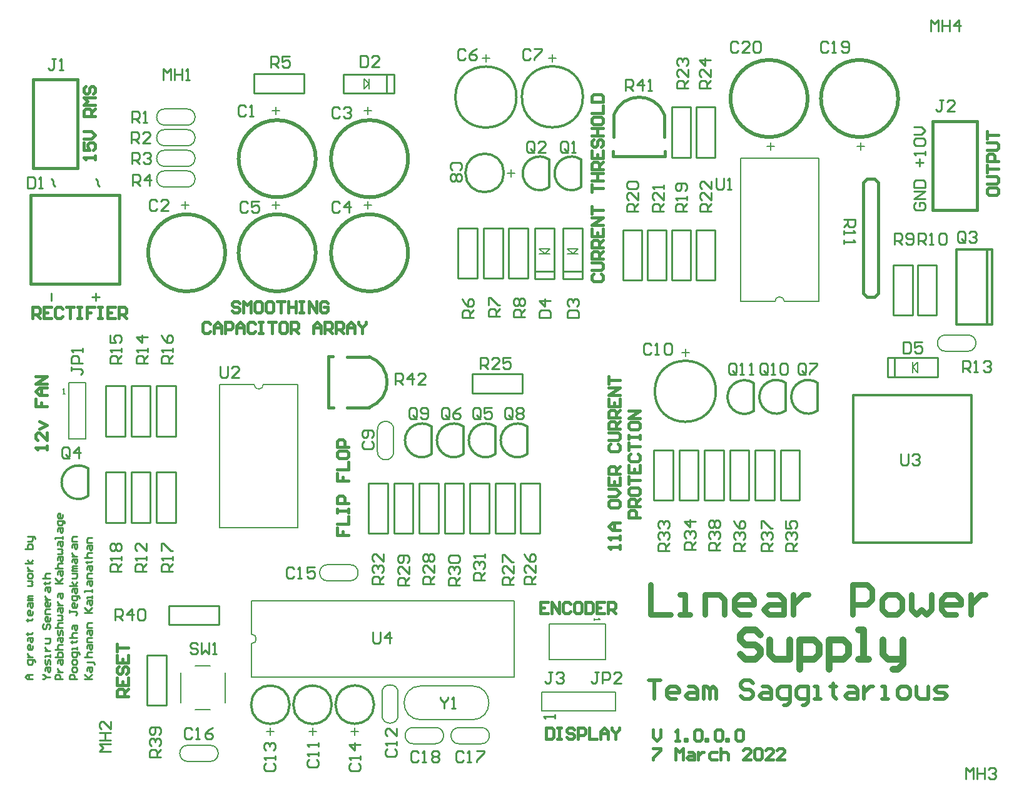
<source format=gto>
G04*
G04 #@! TF.GenerationSoftware,Altium Limited,Altium Designer,22.0.2 (36)*
G04*
G04 Layer_Color=65535*
%FSLAX44Y44*%
%MOMM*%
G71*
G04*
G04 #@! TF.SameCoordinates,5839D2CD-8417-4FFE-AC2F-3A0E45452BBB*
G04*
G04*
G04 #@! TF.FilePolarity,Positive*
G04*
G01*
G75*
%ADD10C,0.4000*%
%ADD11C,0.2000*%
%ADD12C,0.5000*%
%ADD13C,0.3000*%
%ADD14C,0.2540*%
%ADD15C,0.1524*%
%ADD16C,0.9000*%
%ADD17C,0.8000*%
%ADD18C,0.4500*%
D10*
X1134250Y1161750D02*
G03*
X1065652Y1161750I-34299J-12484D01*
G01*
X734750Y765750D02*
G03*
X734750Y834348I-12484J34299D01*
G01*
X1135000Y1106000D02*
Y1112750D01*
X1065000Y1106000D02*
Y1112500D01*
X1065652Y1131848D02*
Y1161750D01*
X1134250Y1131750D02*
Y1161750D01*
X1065000Y1106000D02*
X1135000D01*
X679000Y765000D02*
Y835000D01*
X704750Y765750D02*
X734750D01*
X704848Y834348D02*
X734750D01*
X679000Y835000D02*
X685500D01*
X679000Y765000D02*
X685750D01*
X276550Y1053140D02*
X396550D01*
X276550Y933140D02*
Y1053140D01*
Y933140D02*
X396550D01*
Y1053140D01*
X280000Y1090000D02*
Y1210000D01*
Y1090000D02*
X340000D01*
Y1210000D01*
X280000D02*
X340000D01*
X1557000Y1033000D02*
Y1153000D01*
X1497000D02*
X1557000D01*
X1497000Y1033000D02*
Y1153000D01*
Y1033000D02*
X1557000D01*
X1418250Y1075250D02*
X1423250Y1070250D01*
Y920250D02*
Y1070250D01*
X1418250Y915250D02*
X1423250Y920250D01*
X1408250Y1075250D02*
X1408250D01*
X1403250Y1070250D02*
X1408250Y1075250D01*
X1403250Y920250D02*
Y1070250D01*
Y920250D02*
X1408250Y915250D01*
X1418250D01*
X1408250Y1075250D02*
X1418250D01*
X363500Y1101500D02*
Y1106578D01*
Y1104039D01*
X348265D01*
X350804Y1101500D01*
X348265Y1124353D02*
Y1114196D01*
X355882D01*
X353343Y1119274D01*
Y1121813D01*
X355882Y1124353D01*
X360961D01*
X363500Y1121813D01*
Y1116735D01*
X360961Y1114196D01*
X348265Y1129431D02*
X358422D01*
X363500Y1134509D01*
X358422Y1139588D01*
X348265D01*
X363500Y1159901D02*
X348265D01*
Y1167519D01*
X350804Y1170058D01*
X355882D01*
X358422Y1167519D01*
Y1159901D01*
Y1164979D02*
X363500Y1170058D01*
Y1175136D02*
X348265D01*
X353343Y1180214D01*
X348265Y1185293D01*
X363500D01*
X350804Y1200528D02*
X348265Y1197989D01*
Y1192910D01*
X350804Y1190371D01*
X353343D01*
X355882Y1192910D01*
Y1197989D01*
X358422Y1200528D01*
X360961D01*
X363500Y1197989D01*
Y1192910D01*
X360961Y1190371D01*
X1038304Y946157D02*
X1035765Y943617D01*
Y938539D01*
X1038304Y936000D01*
X1048461D01*
X1051000Y938539D01*
Y943617D01*
X1048461Y946157D01*
X1035765Y951235D02*
X1048461D01*
X1051000Y953774D01*
Y958853D01*
X1048461Y961392D01*
X1035765D01*
X1051000Y966470D02*
X1035765D01*
Y974088D01*
X1038304Y976627D01*
X1043382D01*
X1045922Y974088D01*
Y966470D01*
Y971548D02*
X1051000Y976627D01*
Y981705D02*
X1035765D01*
Y989323D01*
X1038304Y991862D01*
X1043382D01*
X1045922Y989323D01*
Y981705D01*
Y986784D02*
X1051000Y991862D01*
X1035765Y1007097D02*
Y996940D01*
X1051000D01*
Y1007097D01*
X1043382Y996940D02*
Y1002019D01*
X1051000Y1012175D02*
X1035765D01*
X1051000Y1022332D01*
X1035765D01*
Y1027410D02*
Y1037567D01*
Y1032489D01*
X1051000D01*
X1035765Y1057880D02*
Y1068037D01*
Y1062959D01*
X1051000D01*
X1035765Y1073116D02*
X1051000D01*
X1043382D01*
Y1083272D01*
X1035765D01*
X1051000D01*
Y1088351D02*
X1035765D01*
Y1095968D01*
X1038304Y1098507D01*
X1043382D01*
X1045922Y1095968D01*
Y1088351D01*
Y1093429D02*
X1051000Y1098507D01*
X1035765Y1113743D02*
Y1103586D01*
X1051000D01*
Y1113743D01*
X1043382Y1103586D02*
Y1108664D01*
X1038304Y1128978D02*
X1035765Y1126438D01*
Y1121360D01*
X1038304Y1118821D01*
X1040843D01*
X1043382Y1121360D01*
Y1126438D01*
X1045922Y1128978D01*
X1048461D01*
X1051000Y1126438D01*
Y1121360D01*
X1048461Y1118821D01*
X1035765Y1134056D02*
X1051000D01*
X1043382D01*
Y1144213D01*
X1035765D01*
X1051000D01*
X1035765Y1156908D02*
Y1151830D01*
X1038304Y1149291D01*
X1048461D01*
X1051000Y1151830D01*
Y1156908D01*
X1048461Y1159448D01*
X1038304D01*
X1035765Y1156908D01*
Y1164526D02*
X1051000D01*
Y1174683D01*
X1035765Y1179761D02*
X1051000D01*
Y1187379D01*
X1048461Y1189918D01*
X1038304D01*
X1035765Y1187379D01*
Y1179761D01*
X519157Y879196D02*
X516618Y881735D01*
X511539D01*
X509000Y879196D01*
Y869039D01*
X511539Y866500D01*
X516618D01*
X519157Y869039D01*
X524235Y866500D02*
Y876657D01*
X529313Y881735D01*
X534392Y876657D01*
Y866500D01*
Y874118D01*
X524235D01*
X539470Y866500D02*
Y881735D01*
X547088D01*
X549627Y879196D01*
Y874118D01*
X547088Y871578D01*
X539470D01*
X554705Y866500D02*
Y876657D01*
X559784Y881735D01*
X564862Y876657D01*
Y866500D01*
Y874118D01*
X554705D01*
X580097Y879196D02*
X577558Y881735D01*
X572480D01*
X569940Y879196D01*
Y869039D01*
X572480Y866500D01*
X577558D01*
X580097Y869039D01*
X585175Y881735D02*
X590254D01*
X587715D01*
Y866500D01*
X585175D01*
X590254D01*
X597871Y881735D02*
X608028D01*
X602950D01*
Y866500D01*
X620724Y881735D02*
X615645D01*
X613106Y879196D01*
Y869039D01*
X615645Y866500D01*
X620724D01*
X623263Y869039D01*
Y879196D01*
X620724Y881735D01*
X628341Y866500D02*
Y881735D01*
X635959D01*
X638498Y879196D01*
Y874118D01*
X635959Y871578D01*
X628341D01*
X633420D02*
X638498Y866500D01*
X658811D02*
Y876657D01*
X663890Y881735D01*
X668968Y876657D01*
Y866500D01*
Y874118D01*
X658811D01*
X674047Y866500D02*
Y881735D01*
X681664D01*
X684203Y879196D01*
Y874118D01*
X681664Y871578D01*
X674047D01*
X679125D02*
X684203Y866500D01*
X689282D02*
Y881735D01*
X696899D01*
X699438Y879196D01*
Y874118D01*
X696899Y871578D01*
X689282D01*
X694360D02*
X699438Y866500D01*
X704517D02*
Y876657D01*
X709595Y881735D01*
X714673Y876657D01*
Y866500D01*
Y874118D01*
X704517D01*
X719752Y881735D02*
Y879196D01*
X724830Y874118D01*
X729909Y879196D01*
Y881735D01*
X724830Y874118D02*
Y866500D01*
X559157Y906696D02*
X556618Y909235D01*
X551539D01*
X549000Y906696D01*
Y904157D01*
X551539Y901618D01*
X556618D01*
X559157Y899078D01*
Y896539D01*
X556618Y894000D01*
X551539D01*
X549000Y896539D01*
X564235Y894000D02*
Y909235D01*
X569313Y904157D01*
X574392Y909235D01*
Y894000D01*
X587088Y909235D02*
X582009D01*
X579470Y906696D01*
Y896539D01*
X582009Y894000D01*
X587088D01*
X589627Y896539D01*
Y906696D01*
X587088Y909235D01*
X602323D02*
X597244D01*
X594705Y906696D01*
Y896539D01*
X597244Y894000D01*
X602323D01*
X604862Y896539D01*
Y906696D01*
X602323Y909235D01*
X609940D02*
X620097D01*
X615019D01*
Y894000D01*
X625175Y909235D02*
Y894000D01*
Y901618D01*
X635332D01*
Y909235D01*
Y894000D01*
X640410Y909235D02*
X645489D01*
X642950D01*
Y894000D01*
X640410D01*
X645489D01*
X653106D02*
Y909235D01*
X663263Y894000D01*
Y909235D01*
X678498Y906696D02*
X675959Y909235D01*
X670881D01*
X668341Y906696D01*
Y896539D01*
X670881Y894000D01*
X675959D01*
X678498Y896539D01*
Y901618D01*
X673420D01*
X1119000Y304235D02*
X1129157D01*
Y301696D01*
X1119000Y291539D01*
Y289000D01*
X1149470D02*
Y304235D01*
X1154548Y299157D01*
X1159627Y304235D01*
Y289000D01*
X1167244Y299157D02*
X1172323D01*
X1174862Y296618D01*
Y289000D01*
X1167244D01*
X1164705Y291539D01*
X1167244Y294078D01*
X1174862D01*
X1179940Y299157D02*
Y289000D01*
Y294078D01*
X1182479Y296618D01*
X1185019Y299157D01*
X1187558D01*
X1205332D02*
X1197714D01*
X1195175Y296618D01*
Y291539D01*
X1197714Y289000D01*
X1205332D01*
X1210410Y304235D02*
Y289000D01*
Y296618D01*
X1212950Y299157D01*
X1218028D01*
X1220567Y296618D01*
Y289000D01*
X1251037D02*
X1240881D01*
X1251037Y299157D01*
Y301696D01*
X1248498Y304235D01*
X1243420D01*
X1240881Y301696D01*
X1256116D02*
X1258655Y304235D01*
X1263733D01*
X1266272Y301696D01*
Y291539D01*
X1263733Y289000D01*
X1258655D01*
X1256116Y291539D01*
Y301696D01*
X1281507Y289000D02*
X1271351D01*
X1281507Y299157D01*
Y301696D01*
X1278968Y304235D01*
X1273890D01*
X1271351Y301696D01*
X1296743Y289000D02*
X1286586D01*
X1296743Y299157D01*
Y301696D01*
X1294203Y304235D01*
X1289125D01*
X1286586Y301696D01*
X1119000Y329235D02*
Y319078D01*
X1124078Y314000D01*
X1129157Y319078D01*
Y329235D01*
X1149470Y314000D02*
X1154548D01*
X1152009D01*
Y329235D01*
X1149470Y326696D01*
X1162166Y314000D02*
Y316539D01*
X1164705D01*
Y314000D01*
X1162166D01*
X1174862Y326696D02*
X1177401Y329235D01*
X1182479D01*
X1185019Y326696D01*
Y316539D01*
X1182479Y314000D01*
X1177401D01*
X1174862Y316539D01*
Y326696D01*
X1190097Y314000D02*
Y316539D01*
X1192636D01*
Y314000D01*
X1190097D01*
X1202793Y326696D02*
X1205332Y329235D01*
X1210410D01*
X1212950Y326696D01*
Y316539D01*
X1210410Y314000D01*
X1205332D01*
X1202793Y316539D01*
Y326696D01*
X1218028Y314000D02*
Y316539D01*
X1220567D01*
Y314000D01*
X1218028D01*
X1230724Y326696D02*
X1233263Y329235D01*
X1238341D01*
X1240881Y326696D01*
Y316539D01*
X1238341Y314000D01*
X1233263D01*
X1230724Y316539D01*
Y326696D01*
X408500Y374000D02*
X393265D01*
Y381618D01*
X395804Y384157D01*
X400882D01*
X403422Y381618D01*
Y374000D01*
Y379078D02*
X408500Y384157D01*
X393265Y399392D02*
Y389235D01*
X408500D01*
Y399392D01*
X400882Y389235D02*
Y394313D01*
X395804Y414627D02*
X393265Y412088D01*
Y407009D01*
X395804Y404470D01*
X398343D01*
X400882Y407009D01*
Y412088D01*
X403422Y414627D01*
X405961D01*
X408500Y412088D01*
Y407009D01*
X405961Y404470D01*
X393265Y429862D02*
Y419705D01*
X408500D01*
Y429862D01*
X400882Y419705D02*
Y424784D01*
X393265Y434940D02*
Y445097D01*
Y440019D01*
X408500D01*
X1101000Y616500D02*
X1085765D01*
Y624118D01*
X1088304Y626657D01*
X1093382D01*
X1095922Y624118D01*
Y616500D01*
X1101000Y631735D02*
X1085765D01*
Y639353D01*
X1088304Y641892D01*
X1093382D01*
X1095922Y639353D01*
Y631735D01*
Y636813D02*
X1101000Y641892D01*
X1085765Y654588D02*
Y649509D01*
X1088304Y646970D01*
X1098461D01*
X1101000Y649509D01*
Y654588D01*
X1098461Y657127D01*
X1088304D01*
X1085765Y654588D01*
Y662205D02*
Y672362D01*
Y667284D01*
X1101000D01*
X1085765Y687597D02*
Y677440D01*
X1101000D01*
Y687597D01*
X1093382Y677440D02*
Y682519D01*
X1088304Y702832D02*
X1085765Y700293D01*
Y695214D01*
X1088304Y692675D01*
X1098461D01*
X1101000Y695214D01*
Y700293D01*
X1098461Y702832D01*
X1085765Y707910D02*
Y718067D01*
Y712989D01*
X1101000D01*
X1085765Y723146D02*
Y728224D01*
Y725685D01*
X1101000D01*
Y723146D01*
Y728224D01*
X1085765Y743459D02*
Y738381D01*
X1088304Y735841D01*
X1098461D01*
X1101000Y738381D01*
Y743459D01*
X1098461Y745998D01*
X1088304D01*
X1085765Y743459D01*
X1101000Y751077D02*
X1085765D01*
X1101000Y761233D01*
X1085765D01*
X1073500Y574000D02*
Y579078D01*
Y576539D01*
X1058265D01*
X1060804Y574000D01*
X1073500Y586696D02*
Y591774D01*
Y589235D01*
X1058265D01*
X1060804Y586696D01*
X1073500Y599392D02*
X1063343D01*
X1058265Y604470D01*
X1063343Y609548D01*
X1073500D01*
X1065882D01*
Y599392D01*
X1058265Y637479D02*
Y632401D01*
X1060804Y629862D01*
X1070961D01*
X1073500Y632401D01*
Y637479D01*
X1070961Y640019D01*
X1060804D01*
X1058265Y637479D01*
Y645097D02*
X1068422D01*
X1073500Y650175D01*
X1068422Y655254D01*
X1058265D01*
Y670489D02*
Y660332D01*
X1073500D01*
Y670489D01*
X1065882Y660332D02*
Y665410D01*
X1073500Y675567D02*
X1058265D01*
Y683185D01*
X1060804Y685724D01*
X1065882D01*
X1068422Y683185D01*
Y675567D01*
Y680646D02*
X1073500Y685724D01*
X1060804Y716194D02*
X1058265Y713655D01*
Y708577D01*
X1060804Y706037D01*
X1070961D01*
X1073500Y708577D01*
Y713655D01*
X1070961Y716194D01*
X1058265Y721272D02*
X1070961D01*
X1073500Y723811D01*
Y728890D01*
X1070961Y731429D01*
X1058265D01*
X1073500Y736507D02*
X1058265D01*
Y744125D01*
X1060804Y746664D01*
X1065882D01*
X1068422Y744125D01*
Y736507D01*
Y741586D02*
X1073500Y746664D01*
Y751742D02*
X1058265D01*
Y759360D01*
X1060804Y761899D01*
X1065882D01*
X1068422Y759360D01*
Y751742D01*
Y756821D02*
X1073500Y761899D01*
X1058265Y777134D02*
Y766978D01*
X1073500D01*
Y777134D01*
X1065882Y766978D02*
Y772056D01*
X1073500Y782213D02*
X1058265D01*
X1073500Y792369D01*
X1058265D01*
Y797448D02*
Y807604D01*
Y802526D01*
X1073500D01*
X691515Y602907D02*
Y592750D01*
X699132D01*
Y597828D01*
Y592750D01*
X706750D01*
X691515Y607985D02*
X706750D01*
Y618142D01*
X691515Y623220D02*
Y628298D01*
Y625759D01*
X706750D01*
Y623220D01*
Y628298D01*
Y635916D02*
X691515D01*
Y643533D01*
X694054Y646073D01*
X699132D01*
X701672Y643533D01*
Y635916D01*
X691515Y676543D02*
Y666386D01*
X699132D01*
Y671464D01*
Y666386D01*
X706750D01*
X691515Y681621D02*
X706750D01*
Y691778D01*
X691515Y704474D02*
Y699396D01*
X694054Y696856D01*
X704211D01*
X706750Y699396D01*
Y704474D01*
X704211Y707013D01*
X694054D01*
X691515Y704474D01*
X706750Y712091D02*
X691515D01*
Y719709D01*
X694054Y722248D01*
X699132D01*
X701672Y719709D01*
Y712091D01*
X974000Y331735D02*
Y316500D01*
X981618D01*
X984157Y319039D01*
Y329196D01*
X981618Y331735D01*
X974000D01*
X989235D02*
X994313D01*
X991774D01*
Y316500D01*
X989235D01*
X994313D01*
X1012088Y329196D02*
X1009548Y331735D01*
X1004470D01*
X1001931Y329196D01*
Y326657D01*
X1004470Y324118D01*
X1009548D01*
X1012088Y321578D01*
Y319039D01*
X1009548Y316500D01*
X1004470D01*
X1001931Y319039D01*
X1017166Y316500D02*
Y331735D01*
X1024783D01*
X1027323Y329196D01*
Y324118D01*
X1024783Y321578D01*
X1017166D01*
X1032401Y331735D02*
Y316500D01*
X1042558D01*
X1047636D02*
Y326657D01*
X1052714Y331735D01*
X1057793Y326657D01*
Y316500D01*
Y324118D01*
X1047636D01*
X1062871Y331735D02*
Y329196D01*
X1067950Y324118D01*
X1073028Y329196D01*
Y331735D01*
X1067950Y324118D02*
Y316500D01*
X976657Y501735D02*
X966500D01*
Y486500D01*
X976657D01*
X966500Y494118D02*
X971578D01*
X981735Y486500D02*
Y501735D01*
X991892Y486500D01*
Y501735D01*
X1007127Y499196D02*
X1004588Y501735D01*
X999509D01*
X996970Y499196D01*
Y489039D01*
X999509Y486500D01*
X1004588D01*
X1007127Y489039D01*
X1019823Y501735D02*
X1014744D01*
X1012205Y499196D01*
Y489039D01*
X1014744Y486500D01*
X1019823D01*
X1022362Y489039D01*
Y499196D01*
X1019823Y501735D01*
X1027440D02*
Y486500D01*
X1035058D01*
X1037597Y489039D01*
Y499196D01*
X1035058Y501735D01*
X1027440D01*
X1052832D02*
X1042675D01*
Y486500D01*
X1052832D01*
X1042675Y494118D02*
X1047754D01*
X1057910Y486500D02*
Y501735D01*
X1065528D01*
X1068067Y499196D01*
Y494118D01*
X1065528Y491578D01*
X1057910D01*
X1062989D02*
X1068067Y486500D01*
X298500Y709000D02*
Y714078D01*
Y711539D01*
X283265D01*
X285804Y709000D01*
X298500Y731853D02*
Y721696D01*
X288343Y731853D01*
X285804D01*
X283265Y729313D01*
Y724235D01*
X285804Y721696D01*
X288343Y736931D02*
X298500Y742009D01*
X288343Y747088D01*
X283265Y777558D02*
Y767401D01*
X290882D01*
Y772479D01*
Y767401D01*
X298500D01*
Y782636D02*
X288343D01*
X283265Y787714D01*
X288343Y792793D01*
X298500D01*
X290882D01*
Y782636D01*
X298500Y797871D02*
X283265D01*
X298500Y808028D01*
X283265D01*
X279000Y886500D02*
Y901735D01*
X286618D01*
X289157Y899196D01*
Y894118D01*
X286618Y891578D01*
X279000D01*
X284078D02*
X289157Y886500D01*
X304392Y901735D02*
X294235D01*
Y886500D01*
X304392D01*
X294235Y894118D02*
X299313D01*
X319627Y899196D02*
X317088Y901735D01*
X312009D01*
X309470Y899196D01*
Y889039D01*
X312009Y886500D01*
X317088D01*
X319627Y889039D01*
X324705Y901735D02*
X334862D01*
X329784D01*
Y886500D01*
X339940Y901735D02*
X345019D01*
X342480D01*
Y886500D01*
X339940D01*
X345019D01*
X362793Y901735D02*
X352636D01*
Y894118D01*
X357715D01*
X352636D01*
Y886500D01*
X367871Y901735D02*
X372950D01*
X370410D01*
Y886500D01*
X367871D01*
X372950D01*
X390724Y901735D02*
X380567D01*
Y886500D01*
X390724D01*
X380567Y894118D02*
X385645D01*
X395802Y886500D02*
Y901735D01*
X403420D01*
X405959Y899196D01*
Y894118D01*
X403420Y891578D01*
X395802D01*
X400881D02*
X405959Y886500D01*
D11*
X575310Y445770D02*
G03*
X575310Y458470I0J6350D01*
G01*
X457860Y1169840D02*
G03*
X457860Y1147840I0J-11000D01*
G01*
X487860D02*
G03*
X487860Y1169840I0J11000D01*
G01*
X457860Y1141900D02*
G03*
X457860Y1119900I0J-11000D01*
G01*
X487860D02*
G03*
X487860Y1141900I0J11000D01*
G01*
X457860Y1113960D02*
G03*
X457860Y1091960I0J-11000D01*
G01*
X487860D02*
G03*
X487860Y1113960I0J11000D01*
G01*
X457860Y1086020D02*
G03*
X457860Y1064020I0J-11000D01*
G01*
X487860D02*
G03*
X487860Y1086020I0J11000D01*
G01*
X1514750Y863750D02*
G03*
X1514750Y841750I0J-11000D01*
G01*
X1544750D02*
G03*
X1544750Y863750I0J11000D01*
G01*
X804830Y388590D02*
G03*
X804830Y342590I0J-23000D01*
G01*
X873580D02*
G03*
X873580Y388590I0J23000D01*
G01*
X767760Y735770D02*
G03*
X745760Y735770I-11000J0D01*
G01*
Y705770D02*
G03*
X767760Y705770I11000J0D01*
G01*
X773750Y379000D02*
G03*
X751750Y379000I-11000J0D01*
G01*
Y349000D02*
G03*
X773750Y349000I11000J0D01*
G01*
X708500Y530750D02*
G03*
X708500Y552750I0J11000D01*
G01*
X678500D02*
G03*
X678500Y530750I0J-11000D01*
G01*
X489190Y308180D02*
G03*
X489190Y286180I0J-11000D01*
G01*
X519190D02*
G03*
X519190Y308180I0J11000D01*
G01*
X886210Y310140D02*
G03*
X886210Y332140I0J11000D01*
G01*
X856210D02*
G03*
X856210Y310140I0J-11000D01*
G01*
X794250Y332250D02*
G03*
X794250Y310250I0J-11000D01*
G01*
X824250D02*
G03*
X824250Y332250I0J11000D01*
G01*
X1296450Y909050D02*
G03*
X1283750Y909050I-6350J0D01*
G01*
X578650Y796900D02*
G03*
X591350Y796900I6350J0D01*
G01*
X1067680Y373380D02*
Y379730D01*
Y354330D02*
Y360680D01*
X968440Y354330D02*
Y379730D01*
X1067680Y360680D02*
Y373380D01*
X968440Y354330D02*
X1067680D01*
X968440Y379730D02*
X1067680D01*
X1054100Y424180D02*
Y472440D01*
X977900Y424180D02*
X1054100D01*
X977900D02*
Y472440D01*
X1054100D01*
X327660Y798830D02*
X351090D01*
Y722630D02*
Y798830D01*
X327660Y722630D02*
X351090D01*
X327660D02*
Y798830D01*
X499270Y416080D02*
X519270D01*
X539270Y366080D02*
Y406080D01*
X479270Y366080D02*
Y406080D01*
X499270Y356080D02*
X519270D01*
X575310Y400120D02*
Y445770D01*
Y458470D02*
Y504120D01*
X931110D01*
Y400120D02*
Y504120D01*
X575310Y400120D02*
X931110D01*
X457860Y1169840D02*
X487860D01*
X457860Y1147840D02*
X487860D01*
X457860Y1141900D02*
X487860D01*
X457860Y1119900D02*
X487860D01*
X457860Y1113960D02*
X487860D01*
X457860Y1091960D02*
X487860D01*
X457860Y1086020D02*
X487860D01*
X457860Y1064020D02*
X487860D01*
X1514750Y863750D02*
X1544750D01*
X1514750Y841750D02*
X1544750D01*
X804580Y388590D02*
X873580D01*
X804830Y342590D02*
X874080D01*
X608000Y1162420D02*
Y1172580D01*
X602920Y1167500D02*
X613080D01*
X485500Y1034920D02*
Y1045080D01*
X480420Y1040000D02*
X490580D01*
X733000Y1162420D02*
Y1172580D01*
X727920Y1167500D02*
X738080D01*
X733000Y1034920D02*
Y1045080D01*
X727920Y1040000D02*
X738080D01*
X608000Y1034920D02*
Y1045080D01*
X602920Y1040000D02*
X613080D01*
X1400250Y1113920D02*
Y1124080D01*
X1395170Y1119000D02*
X1405330D01*
X1277750Y1113920D02*
Y1124080D01*
X1272670Y1119000D02*
X1282830D01*
X892500Y1233520D02*
Y1243680D01*
X887420Y1238600D02*
X897580D01*
X982500Y1233770D02*
Y1243930D01*
X977420Y1238850D02*
X987580D01*
X1162500Y835020D02*
Y845180D01*
X1157420Y840100D02*
X1167580D01*
X767760Y705770D02*
Y735770D01*
X745760Y705770D02*
Y735770D01*
X773750Y349000D02*
Y379000D01*
X751750Y349000D02*
Y379000D01*
X678500Y530750D02*
X708500D01*
X678500Y552750D02*
X708500D01*
X489190Y308180D02*
X519190D01*
X489190Y286180D02*
X519190D01*
X856210Y310140D02*
X886210D01*
X856210Y332140D02*
X886210D01*
X794250Y332250D02*
X824250D01*
X794250Y310250D02*
X824250D01*
X921750Y1083250D02*
X931910D01*
X926830Y1078170D02*
Y1088330D01*
X657860Y321900D02*
Y332060D01*
X652780Y326980D02*
X662940D01*
X600710Y321900D02*
Y332060D01*
X595630Y326980D02*
X605790D01*
X715010Y322060D02*
Y332220D01*
X709930Y327140D02*
X720090D01*
X727250Y1211000D02*
X734250Y1204000D01*
X727250Y1197000D02*
Y1211000D01*
Y1197000D02*
X734250Y1204000D01*
Y1197000D02*
Y1211000D01*
X1010000Y973750D02*
X1017000Y980750D01*
X1003000D02*
X1017000D01*
X1003000D02*
X1010000Y973750D01*
X1003000D02*
X1017000D01*
X972000D02*
X979000Y980750D01*
X965000D02*
X979000D01*
X965000D02*
X972000Y973750D01*
X965000D02*
X979000D01*
X1469750Y820000D02*
X1476750Y813000D01*
Y827000D01*
X1469750Y820000D02*
X1476750Y827000D01*
X1469750Y813000D02*
Y827000D01*
X1343100Y908950D02*
Y1102950D01*
X1237100D02*
X1343100D01*
X1237100Y909321D02*
Y1102950D01*
Y909050D02*
X1283750D01*
X1296450D02*
X1343100D01*
X532000Y603000D02*
Y797000D01*
Y603000D02*
X638000D01*
Y796629D01*
X591350Y796900D02*
X638000D01*
X532000D02*
X578650D01*
D12*
X662251Y1102500D02*
G03*
X662251Y1102500I-52251J0D01*
G01*
X539751Y975000D02*
G03*
X539751Y975000I-52251J0D01*
G01*
X787251Y1102500D02*
G03*
X787251Y1102500I-52251J0D01*
G01*
Y975000D02*
G03*
X787251Y975000I-52251J0D01*
G01*
X662251D02*
G03*
X662251Y975000I-52251J0D01*
G01*
X1450501Y1184000D02*
G03*
X1450501Y1184000I-52251J0D01*
G01*
X1328001D02*
G03*
X1328001Y1184000I-52251J0D01*
G01*
X1112500Y395823D02*
X1129161D01*
X1120831D01*
Y370831D01*
X1149988D02*
X1141657D01*
X1137492Y374996D01*
Y383327D01*
X1141657Y387492D01*
X1149988D01*
X1154153Y383327D01*
Y379161D01*
X1137492D01*
X1166649Y387492D02*
X1174980D01*
X1179145Y383327D01*
Y370831D01*
X1166649D01*
X1162484Y374996D01*
X1166649Y379161D01*
X1179145D01*
X1187476Y370831D02*
Y387492D01*
X1191641D01*
X1195806Y383327D01*
Y370831D01*
Y383327D01*
X1199972Y387492D01*
X1204137Y383327D01*
Y370831D01*
X1254121Y391657D02*
X1249956Y395823D01*
X1241625D01*
X1237460Y391657D01*
Y387492D01*
X1241625Y383327D01*
X1249956D01*
X1254121Y379161D01*
Y374996D01*
X1249956Y370831D01*
X1241625D01*
X1237460Y374996D01*
X1266617Y387492D02*
X1274948D01*
X1279113Y383327D01*
Y370831D01*
X1266617D01*
X1262451Y374996D01*
X1266617Y379161D01*
X1279113D01*
X1295774Y362500D02*
X1299939D01*
X1304105Y366665D01*
Y387492D01*
X1291609D01*
X1287443Y383327D01*
Y374996D01*
X1291609Y370831D01*
X1304105D01*
X1320766Y362500D02*
X1324931D01*
X1329097Y366665D01*
Y387492D01*
X1316601D01*
X1312435Y383327D01*
Y374996D01*
X1316601Y370831D01*
X1329097D01*
X1337427D02*
X1345758D01*
X1341593D01*
Y387492D01*
X1337427D01*
X1362419Y391657D02*
Y387492D01*
X1358254D01*
X1366584D01*
X1362419D01*
Y374996D01*
X1366584Y370831D01*
X1383246Y387492D02*
X1391577D01*
X1395742Y383327D01*
Y370831D01*
X1383246D01*
X1379081Y374996D01*
X1383246Y379161D01*
X1395742D01*
X1404072Y387492D02*
Y370831D01*
Y379161D01*
X1408238Y383327D01*
X1412403Y387492D01*
X1416568D01*
X1429064Y370831D02*
X1437395D01*
X1433230D01*
Y387492D01*
X1429064D01*
X1454056Y370831D02*
X1462387D01*
X1466552Y374996D01*
Y383327D01*
X1462387Y387492D01*
X1454056D01*
X1449891Y383327D01*
Y374996D01*
X1454056Y370831D01*
X1474883Y387492D02*
Y374996D01*
X1479048Y370831D01*
X1491544D01*
Y387492D01*
X1499875Y370831D02*
X1512371D01*
X1516536Y374996D01*
X1512371Y379161D01*
X1504040D01*
X1499875Y383327D01*
X1504040Y387492D01*
X1516536D01*
D13*
X933804Y1186000D02*
G03*
X933804Y1186000I-41304J0D01*
G01*
X1023804Y1186250D02*
G03*
X1023804Y1186250I-41304J0D01*
G01*
X1203804Y787500D02*
G03*
X1203804Y787500I-41304J0D01*
G01*
X1021389Y1101290D02*
G03*
X1021389Y1063931I-13080J-18679D01*
G01*
X978210Y1101290D02*
G03*
X978210Y1063931I-13080J-18679D01*
G01*
X354080Y682930D02*
G03*
X354080Y645571I-13080J-18679D01*
G01*
X905190Y739750D02*
G03*
X905190Y702391I-13080J-18679D01*
G01*
X862010Y739750D02*
G03*
X862010Y702391I-13080J-18679D01*
G01*
X1341709Y798699D02*
G03*
X1341709Y761340I-13080J-18679D01*
G01*
X948370Y739750D02*
G03*
X948370Y702391I-13080J-18679D01*
G01*
X1298530Y798699D02*
G03*
X1298530Y761340I-13080J-18679D01*
G01*
X1255350Y798400D02*
G03*
X1255350Y761040I-13080J-18679D01*
G01*
X818830Y739750D02*
G03*
X818830Y702391I-13080J-18679D01*
G01*
X916769Y1083250D02*
G03*
X916769Y1083250I-26019J0D01*
G01*
X683879Y363060D02*
G03*
X683879Y363060I-26019J0D01*
G01*
X626729D02*
G03*
X626729Y363060I-26019J0D01*
G01*
X741029Y363220D02*
G03*
X741029Y363220I-26019J0D01*
G01*
X1389500Y582500D02*
Y782500D01*
Y582500D02*
X1549500D01*
Y782500D01*
X1389500D02*
X1549500D01*
X1529750Y979800D02*
X1577750D01*
Y877800D02*
Y979800D01*
X1529750Y877800D02*
X1577750D01*
X1529750D02*
Y979800D01*
X1570750Y877800D02*
Y979800D01*
X1021389Y1063931D02*
Y1101290D01*
X978210Y1063931D02*
Y1101290D01*
X354080Y645571D02*
Y682930D01*
X905190Y702391D02*
Y739750D01*
X862010Y702391D02*
Y739750D01*
X1341709Y761340D02*
Y798699D01*
X948370Y702391D02*
Y739750D01*
X1298530Y761340D02*
Y798699D01*
X1255350Y761040D02*
Y798400D01*
X818830Y702391D02*
Y739750D01*
D14*
X923460Y1008240D02*
X949460D01*
X923460Y940240D02*
X949460D01*
Y1008240D01*
X923460Y940240D02*
Y1008240D01*
X412450Y609890D02*
X438450D01*
X412450Y677890D02*
X438450D01*
X412450Y609890D02*
Y677890D01*
X438450Y609890D02*
Y677890D01*
X412450Y726730D02*
X438450D01*
X412450Y794730D02*
X438450D01*
X412450Y726730D02*
Y794730D01*
X438450Y726730D02*
Y794730D01*
X446740Y677890D02*
X472740D01*
X446740Y609890D02*
X472740D01*
Y677890D01*
X446740Y609890D02*
Y677890D01*
X889170Y1008240D02*
X915170D01*
X889170Y940240D02*
X915170D01*
Y1008240D01*
X889170Y940240D02*
Y1008240D01*
X446740Y794730D02*
X472740D01*
X446740Y726730D02*
X472740D01*
Y794730D01*
X446740Y726730D02*
Y794730D01*
X854880Y1008240D02*
X880880D01*
X854880Y940240D02*
X880880D01*
Y1008240D01*
X854880Y940240D02*
Y1008240D01*
X378160Y609890D02*
X404160D01*
X378160Y677890D02*
X404160D01*
X378160Y609890D02*
Y677890D01*
X404160Y609890D02*
Y677890D01*
X1444000Y958750D02*
X1470000D01*
X1444000Y890750D02*
X1470000D01*
Y958750D01*
X1444000Y890750D02*
Y958750D01*
X646750Y1191250D02*
Y1217250D01*
X578750Y1191250D02*
Y1217250D01*
Y1191250D02*
X646750D01*
X578750Y1217250D02*
X646750D01*
X378160Y794730D02*
X404160D01*
X378160Y726730D02*
X404160D01*
Y794730D01*
X378160Y726730D02*
Y794730D01*
X1476500Y958750D02*
X1502500D01*
X1476500Y890750D02*
X1502500D01*
Y958750D01*
X1476500Y890750D02*
Y958750D01*
X905500Y595000D02*
X931500D01*
X905500Y663000D02*
X931500D01*
X905500Y595000D02*
Y663000D01*
X931500Y595000D02*
Y663000D01*
X870760Y595330D02*
X896760D01*
X870760Y663330D02*
X896760D01*
X870760Y595330D02*
Y663330D01*
X896760Y595330D02*
Y663330D01*
X1143990Y1172260D02*
X1169990D01*
X1143990Y1104260D02*
X1169990D01*
Y1172260D01*
X1143990Y1104260D02*
Y1172260D01*
X1119840Y639650D02*
X1145840D01*
X1119840Y707650D02*
X1145840D01*
X1119840Y639650D02*
Y707650D01*
X1145840Y639650D02*
Y707650D01*
X874000Y785000D02*
Y811000D01*
X942000Y785000D02*
Y811000D01*
X874000D02*
X942000D01*
X874000Y785000D02*
X942000D01*
X802180Y595330D02*
X828180D01*
X802180Y663330D02*
X828180D01*
X802180Y595330D02*
Y663330D01*
X828180Y595330D02*
Y663330D01*
X836470Y595330D02*
X862470D01*
X836470Y663330D02*
X862470D01*
X836470Y595330D02*
Y663330D01*
X862470Y595330D02*
Y663330D01*
X1177010Y937890D02*
X1203010D01*
X1177010Y1005890D02*
X1203010D01*
X1177010Y937890D02*
Y1005890D01*
X1203010Y937890D02*
Y1005890D01*
X1143990Y937890D02*
X1169990D01*
X1143990Y1005890D02*
X1169990D01*
X1143990Y937890D02*
Y1005890D01*
X1169990Y937890D02*
Y1005890D01*
X1257000Y707820D02*
X1283000D01*
X1257000Y639820D02*
X1283000D01*
Y707820D01*
X1257000Y639820D02*
Y707820D01*
X1188420D02*
X1214420D01*
X1188420Y639820D02*
X1214420D01*
Y707820D01*
X1188420Y639820D02*
Y707820D01*
X1291290Y639820D02*
X1317290D01*
X1291290Y707820D02*
X1317290D01*
X1291290Y639820D02*
Y707820D01*
X1317290Y639820D02*
Y707820D01*
X1077950Y1005890D02*
X1103950D01*
X1077950Y937890D02*
X1103950D01*
Y1005890D01*
X1077950Y937890D02*
Y1005890D01*
X767890Y595330D02*
X793890D01*
X767890Y663330D02*
X793890D01*
X767890Y595330D02*
Y663330D01*
X793890Y595330D02*
Y663330D01*
X939340D02*
X965340D01*
X939340Y595330D02*
X965340D01*
Y663330D01*
X939340Y595330D02*
Y663330D01*
X733600D02*
X759600D01*
X733600Y595330D02*
X759600D01*
Y663330D01*
X733600Y595330D02*
Y663330D01*
X1110970Y937890D02*
X1136970D01*
X1110970Y1005890D02*
X1136970D01*
X1110970Y937890D02*
Y1005890D01*
X1136970Y937890D02*
Y1005890D01*
X1177010Y1104260D02*
X1203010D01*
X1177010Y1172260D02*
X1203010D01*
X1177010Y1104260D02*
Y1172260D01*
X1203010Y1104260D02*
Y1172260D01*
X1154130Y707650D02*
X1180130D01*
X1154130Y639650D02*
X1180130D01*
Y707650D01*
X1154130Y639650D02*
Y707650D01*
X1222710Y707820D02*
X1248710D01*
X1222710Y639820D02*
X1248710D01*
Y707820D01*
X1222710Y639820D02*
Y707820D01*
X434040Y362240D02*
X460040D01*
X434040Y430240D02*
X460040D01*
X434040Y362240D02*
Y430240D01*
X460040Y362240D02*
Y430240D01*
X463500Y471250D02*
Y497250D01*
X531500Y471250D02*
Y497250D01*
X463500D02*
X531500D01*
X463500Y471250D02*
X531500D01*
X758000Y1191000D02*
Y1217000D01*
X700000D02*
X768000D01*
X700000Y1191000D02*
X768000D01*
X700000D02*
Y1217000D01*
X768000Y1191000D02*
Y1217000D01*
X997000Y950000D02*
X1023000D01*
Y940000D02*
Y1008000D01*
X997000Y940000D02*
Y1008000D01*
X1023000D01*
X997000Y940000D02*
X1023000D01*
X959000Y950000D02*
X985000D01*
Y940000D02*
Y1008000D01*
X959000Y940000D02*
Y1008000D01*
X985000D01*
X959000Y940000D02*
X985000D01*
X1446000Y807000D02*
Y833000D01*
X1436000Y807000D02*
X1504000D01*
X1436000Y833000D02*
X1504000D01*
Y807000D02*
Y833000D01*
X1436000Y807000D02*
Y833000D01*
X349131Y397540D02*
X359128D01*
X355796D01*
X349131Y404204D01*
X354129Y399206D01*
X359128Y404204D01*
X352463Y409203D02*
Y412535D01*
X354129Y414201D01*
X359128D01*
Y409203D01*
X357462Y407537D01*
X355796Y409203D01*
Y414201D01*
X362460Y417534D02*
Y419200D01*
X360794Y420866D01*
X352463D01*
X349131Y427530D02*
X359128D01*
X354129D01*
X352463Y429197D01*
Y432529D01*
X354129Y434195D01*
X359128D01*
X352463Y439193D02*
Y442525D01*
X354129Y444192D01*
X359128D01*
Y439193D01*
X357462Y437527D01*
X355796Y439193D01*
Y444192D01*
X359128Y447524D02*
X352463D01*
Y452522D01*
X354129Y454188D01*
X359128D01*
X352463Y459187D02*
Y462519D01*
X354129Y464185D01*
X359128D01*
Y459187D01*
X357462Y457521D01*
X355796Y459187D01*
Y464185D01*
X359128Y467518D02*
X352463D01*
Y472516D01*
X354129Y474182D01*
X359128D01*
X349131Y487511D02*
X359128D01*
X355796D01*
X349131Y494175D01*
X354129Y489177D01*
X359128Y494175D01*
X352463Y499174D02*
Y502506D01*
X354129Y504172D01*
X359128D01*
Y499174D01*
X357462Y497508D01*
X355796Y499174D01*
Y504172D01*
X359128Y507505D02*
Y510837D01*
Y509171D01*
X352463D01*
Y507505D01*
X359128Y515835D02*
Y519168D01*
Y517501D01*
X349131D01*
Y515835D01*
X352463Y525832D02*
Y529164D01*
X354129Y530830D01*
X359128D01*
Y525832D01*
X357462Y524166D01*
X355796Y525832D01*
Y530830D01*
X359128Y534163D02*
X352463D01*
Y539161D01*
X354129Y540827D01*
X359128D01*
X352463Y545826D02*
Y549158D01*
X354129Y550824D01*
X359128D01*
Y545826D01*
X357462Y544159D01*
X355796Y545826D01*
Y550824D01*
X350797Y555822D02*
X352463D01*
Y554156D01*
Y557489D01*
Y555822D01*
X357462D01*
X359128Y557489D01*
X349131Y562487D02*
X359128D01*
X354129D01*
X352463Y564153D01*
Y567485D01*
X354129Y569151D01*
X359128D01*
X352463Y574150D02*
Y577482D01*
X354129Y579148D01*
X359128D01*
Y574150D01*
X357462Y572484D01*
X355796Y574150D01*
Y579148D01*
X359128Y582480D02*
X352463D01*
Y587479D01*
X354129Y589145D01*
X359128D01*
X339128Y397540D02*
X329131D01*
Y402538D01*
X330797Y404204D01*
X334129D01*
X335796Y402538D01*
Y397540D01*
X339128Y409203D02*
Y412535D01*
X337462Y414201D01*
X334129D01*
X332463Y412535D01*
Y409203D01*
X334129Y407537D01*
X337462D01*
X339128Y409203D01*
Y419200D02*
Y422532D01*
X337462Y424198D01*
X334129D01*
X332463Y422532D01*
Y419200D01*
X334129Y417534D01*
X337462D01*
X339128Y419200D01*
X342460Y430863D02*
Y432529D01*
X340794Y434195D01*
X332463D01*
Y429197D01*
X334129Y427530D01*
X337462D01*
X339128Y429197D01*
Y434195D01*
Y437527D02*
Y440859D01*
Y439193D01*
X332463D01*
Y437527D01*
X330797Y447524D02*
X332463D01*
Y445858D01*
Y449190D01*
Y447524D01*
X337462D01*
X339128Y449190D01*
X329131Y454188D02*
X339128D01*
X334129D01*
X332463Y455854D01*
Y459187D01*
X334129Y460853D01*
X339128D01*
X332463Y465851D02*
Y469184D01*
X334129Y470850D01*
X339128D01*
Y465851D01*
X337462Y464185D01*
X335796Y465851D01*
Y470850D01*
X329131Y490843D02*
Y487511D01*
Y489177D01*
X337462D01*
X339128Y487511D01*
Y485845D01*
X337462Y484179D01*
X339128Y499174D02*
Y495842D01*
X337462Y494175D01*
X334129D01*
X332463Y495842D01*
Y499174D01*
X334129Y500840D01*
X335796D01*
Y494175D01*
X342460Y507505D02*
Y509171D01*
X340794Y510837D01*
X332463D01*
Y505838D01*
X334129Y504172D01*
X337462D01*
X339128Y505838D01*
Y510837D01*
X332463Y515835D02*
Y519168D01*
X334129Y520834D01*
X339128D01*
Y515835D01*
X337462Y514169D01*
X335796Y515835D01*
Y520834D01*
X339128Y524166D02*
X329131D01*
X335796D02*
X332463Y529164D01*
X335796Y524166D02*
X339128Y529164D01*
X332463Y534163D02*
X337462D01*
X339128Y535829D01*
Y540827D01*
X332463D01*
X339128Y544159D02*
X332463D01*
Y545826D01*
X334129Y547492D01*
X339128D01*
X334129D01*
X332463Y549158D01*
X334129Y550824D01*
X339128D01*
X332463Y555822D02*
Y559155D01*
X334129Y560821D01*
X339128D01*
Y555822D01*
X337462Y554156D01*
X335796Y555822D01*
Y560821D01*
X332463Y564153D02*
X339128D01*
X335796D01*
X334129Y565819D01*
X332463Y567485D01*
Y569151D01*
Y575816D02*
Y579148D01*
X334129Y580814D01*
X339128D01*
Y575816D01*
X337462Y574150D01*
X335796Y575816D01*
Y580814D01*
X339128Y584146D02*
X332463D01*
Y589145D01*
X334129Y590811D01*
X339128D01*
X319128Y397540D02*
X309131D01*
Y402538D01*
X310797Y404204D01*
X314129D01*
X315795Y402538D01*
Y397540D01*
X312463Y407537D02*
X319128D01*
X315795D01*
X314129Y409203D01*
X312463Y410869D01*
Y412535D01*
Y419200D02*
Y422532D01*
X314129Y424198D01*
X319128D01*
Y419200D01*
X317462Y417534D01*
X315795Y419200D01*
Y424198D01*
X309131Y427530D02*
X319128D01*
Y432529D01*
X317462Y434195D01*
X315795D01*
X314129D01*
X312463Y432529D01*
Y427530D01*
X309131Y437527D02*
X319128D01*
X314129D01*
X312463Y439193D01*
Y442525D01*
X314129Y444192D01*
X319128D01*
X312463Y449190D02*
Y452522D01*
X314129Y454188D01*
X319128D01*
Y449190D01*
X317462Y447524D01*
X315795Y449190D01*
Y454188D01*
X319128Y457521D02*
Y462519D01*
X317462Y464185D01*
X315795Y462519D01*
Y459187D01*
X314129Y457521D01*
X312463Y459187D01*
Y464185D01*
X309131Y467518D02*
X319128D01*
X314129D01*
X312463Y469184D01*
Y472516D01*
X314129Y474182D01*
X319128D01*
X312463Y477514D02*
X317462D01*
X319128Y479180D01*
X317462Y480846D01*
X319128Y482513D01*
X317462Y484179D01*
X312463D01*
Y489177D02*
Y492509D01*
X314129Y494175D01*
X319128D01*
Y489177D01*
X317462Y487511D01*
X315795Y489177D01*
Y494175D01*
X312463Y497508D02*
X319128D01*
X315795D01*
X314129Y499174D01*
X312463Y500840D01*
Y502506D01*
Y509171D02*
Y512503D01*
X314129Y514169D01*
X319128D01*
Y509171D01*
X317462Y507505D01*
X315795Y509171D01*
Y514169D01*
X309131Y527498D02*
X319128D01*
X315795D01*
X309131Y534163D01*
X314129Y529164D01*
X319128Y534163D01*
X312463Y539161D02*
Y542493D01*
X314129Y544159D01*
X319128D01*
Y539161D01*
X317462Y537495D01*
X315795Y539161D01*
Y544159D01*
X309131Y547492D02*
X319128D01*
X314129D01*
X312463Y549158D01*
Y552490D01*
X314129Y554156D01*
X319128D01*
X312463Y559155D02*
Y562487D01*
X314129Y564153D01*
X319128D01*
Y559155D01*
X317462Y557489D01*
X315795Y559155D01*
Y564153D01*
X312463Y567485D02*
X317462D01*
X319128Y569151D01*
X317462Y570817D01*
X319128Y572484D01*
X317462Y574150D01*
X312463D01*
Y579148D02*
Y582480D01*
X314129Y584147D01*
X319128D01*
Y579148D01*
X317462Y577482D01*
X315795Y579148D01*
Y584147D01*
X319128Y587479D02*
Y590811D01*
Y589145D01*
X309131D01*
Y587479D01*
X312463Y597476D02*
Y600808D01*
X314129Y602474D01*
X319128D01*
Y597476D01*
X317462Y595810D01*
X315795Y597476D01*
Y602474D01*
X322460Y609138D02*
Y610805D01*
X320794Y612471D01*
X312463D01*
Y607472D01*
X314129Y605806D01*
X317462D01*
X319128Y607472D01*
Y612471D01*
Y620801D02*
Y617469D01*
X317462Y615803D01*
X314129D01*
X312463Y617469D01*
Y620801D01*
X314129Y622467D01*
X315795D01*
Y615803D01*
X292463Y397540D02*
X294129D01*
X297462Y400872D01*
X294129Y404204D01*
X292463D01*
X297462Y400872D02*
X302460D01*
X295795Y409203D02*
Y412535D01*
X297462Y414201D01*
X302460D01*
Y409203D01*
X300794Y407537D01*
X299128Y409203D01*
Y414201D01*
X302460Y417534D02*
Y422532D01*
X300794Y424198D01*
X299128Y422532D01*
Y419200D01*
X297462Y417534D01*
X295795Y419200D01*
Y424198D01*
X302460Y427530D02*
Y430863D01*
Y429197D01*
X295795D01*
Y427530D01*
Y435861D02*
X302460D01*
X299128D01*
X297462Y437527D01*
X295795Y439193D01*
Y440859D01*
Y445858D02*
X300794D01*
X302460Y447524D01*
Y452522D01*
X295795D01*
X294129Y472516D02*
X292463Y470850D01*
Y467518D01*
X294129Y465851D01*
X295795D01*
X297462Y467518D01*
Y470850D01*
X299128Y472516D01*
X300794D01*
X302460Y470850D01*
Y467518D01*
X300794Y465851D01*
X302460Y480846D02*
Y477514D01*
X300794Y475848D01*
X297462D01*
X295795Y477514D01*
Y480846D01*
X297462Y482513D01*
X299128D01*
Y475848D01*
X302460Y485845D02*
X295795D01*
Y490843D01*
X297462Y492509D01*
X302460D01*
Y500840D02*
Y497508D01*
X300794Y495842D01*
X297462D01*
X295795Y497508D01*
Y500840D01*
X297462Y502506D01*
X299128D01*
Y495842D01*
X295795Y505838D02*
X302460D01*
X299128D01*
X297462Y507505D01*
X295795Y509171D01*
Y510837D01*
Y517501D02*
Y520834D01*
X297462Y522500D01*
X302460D01*
Y517501D01*
X300794Y515835D01*
X299128Y517501D01*
Y522500D01*
X294129Y527498D02*
X295795D01*
Y525832D01*
Y529164D01*
Y527498D01*
X300794D01*
X302460Y529164D01*
X292463Y534163D02*
X302460D01*
X297462D01*
X295795Y535829D01*
Y539161D01*
X297462Y540827D01*
X302460D01*
X279128Y397540D02*
X272463D01*
X269131Y400872D01*
X272463Y404204D01*
X279128D01*
X274129D01*
Y397540D01*
X282460Y420866D02*
Y422532D01*
X280794Y424198D01*
X272463D01*
Y419200D01*
X274129Y417534D01*
X277462D01*
X279128Y419200D01*
Y424198D01*
X272463Y427530D02*
X279128D01*
X275795D01*
X274129Y429197D01*
X272463Y430863D01*
Y432529D01*
X279128Y442525D02*
Y439193D01*
X277462Y437527D01*
X274129D01*
X272463Y439193D01*
Y442525D01*
X274129Y444192D01*
X275795D01*
Y437527D01*
X272463Y449190D02*
Y452522D01*
X274129Y454188D01*
X279128D01*
Y449190D01*
X277462Y447524D01*
X275795Y449190D01*
Y454188D01*
X270797Y459187D02*
X272463D01*
Y457521D01*
Y460853D01*
Y459187D01*
X277462D01*
X279128Y460853D01*
X270797Y477514D02*
X272463D01*
Y475848D01*
Y479180D01*
Y477514D01*
X277462D01*
X279128Y479180D01*
Y489177D02*
Y485845D01*
X277462Y484179D01*
X274129D01*
X272463Y485845D01*
Y489177D01*
X274129Y490843D01*
X275795D01*
Y484179D01*
X272463Y495842D02*
Y499174D01*
X274129Y500840D01*
X279128D01*
Y495842D01*
X277462Y494175D01*
X275795Y495842D01*
Y500840D01*
X279128Y504172D02*
X272463D01*
Y505839D01*
X274129Y507505D01*
X279128D01*
X274129D01*
X272463Y509171D01*
X274129Y510837D01*
X279128D01*
X272463Y524166D02*
X277462D01*
X279128Y525832D01*
X277462Y527498D01*
X279128Y529164D01*
X277462Y530830D01*
X272463D01*
X279128Y535829D02*
Y539161D01*
X277462Y540827D01*
X274129D01*
X272463Y539161D01*
Y535829D01*
X274129Y534163D01*
X277462D01*
X279128Y535829D01*
X272463Y544159D02*
X279128D01*
X275795D01*
X274129Y545826D01*
X272463Y547492D01*
Y549158D01*
X279128Y554156D02*
X269131D01*
X275795D02*
X272463Y559155D01*
X275795Y554156D02*
X279128Y559155D01*
X269131Y574150D02*
X279128D01*
Y579148D01*
X277462Y580814D01*
X275795D01*
X274129D01*
X272463Y579148D01*
Y574150D01*
Y584147D02*
X277462D01*
X279128Y585813D01*
Y590811D01*
X280794D01*
X282460Y589145D01*
Y587479D01*
X279128Y590811D02*
X272463D01*
X985520Y344170D02*
Y349248D01*
Y346709D01*
X970285D01*
X972824Y344170D01*
X304090Y920600D02*
Y910443D01*
X364168Y920600D02*
Y910443D01*
X369247Y915522D02*
X359090D01*
X304090Y1075600D02*
X306629Y1073061D01*
Y1067982D01*
X309168Y1065443D01*
X364090Y1075600D02*
X366629Y1073061D01*
Y1067982D01*
X369168Y1065443D01*
X1474764Y1042697D02*
X1472225Y1040157D01*
Y1035079D01*
X1474764Y1032540D01*
X1484921D01*
X1487460Y1035079D01*
Y1040157D01*
X1484921Y1042697D01*
X1479843D01*
Y1037618D01*
X1487460Y1047775D02*
X1472225D01*
X1487460Y1057932D01*
X1472225D01*
Y1063010D02*
X1487460D01*
Y1070628D01*
X1484921Y1073167D01*
X1474764D01*
X1472225Y1070628D01*
Y1063010D01*
X1479842Y1092540D02*
Y1102697D01*
X1474764Y1097618D02*
X1484921D01*
X1487460Y1107775D02*
Y1112853D01*
Y1110314D01*
X1472225D01*
X1474764Y1107775D01*
Y1120471D02*
X1472225Y1123010D01*
Y1128089D01*
X1474764Y1130628D01*
X1484921D01*
X1487460Y1128089D01*
Y1123010D01*
X1484921Y1120471D01*
X1474764D01*
X1472225Y1135706D02*
X1482382D01*
X1487460Y1140784D01*
X1482382Y1145863D01*
X1472225D01*
X798671Y752522D02*
Y762678D01*
X796132Y765218D01*
X791053D01*
X788514Y762678D01*
Y752522D01*
X791053Y749983D01*
X796132D01*
X793593Y755061D02*
X798671Y749983D01*
X796132D02*
X798671Y752522D01*
X803749D02*
X806288Y749983D01*
X811367D01*
X813906Y752522D01*
Y762678D01*
X811367Y765218D01*
X806288D01*
X803749Y762678D01*
Y760139D01*
X806288Y757600D01*
X813906D01*
X769687Y796383D02*
Y811618D01*
X777304D01*
X779843Y809078D01*
Y804000D01*
X777304Y801461D01*
X769687D01*
X774765D02*
X779843Y796383D01*
X792539D02*
Y811618D01*
X784922Y804000D01*
X795078D01*
X810313Y796383D02*
X800157D01*
X810313Y806539D01*
Y809078D01*
X807774Y811618D01*
X802696D01*
X800157Y809078D01*
X1233675Y1259074D02*
X1231135Y1261613D01*
X1226057D01*
X1223518Y1259074D01*
Y1248917D01*
X1226057Y1246378D01*
X1231135D01*
X1233675Y1248917D01*
X1248910Y1246378D02*
X1238753D01*
X1248910Y1256535D01*
Y1259074D01*
X1246371Y1261613D01*
X1241292D01*
X1238753Y1259074D01*
X1253988D02*
X1256527Y1261613D01*
X1261606D01*
X1264145Y1259074D01*
Y1248917D01*
X1261606Y1246378D01*
X1256527D01*
X1253988Y1248917D01*
Y1259074D01*
X1356103D02*
X1353564Y1261613D01*
X1348485D01*
X1345946Y1259074D01*
Y1248917D01*
X1348485Y1246378D01*
X1353564D01*
X1356103Y1248917D01*
X1361181Y1246378D02*
X1366259D01*
X1363720D01*
Y1261613D01*
X1361181Y1259074D01*
X1373877Y1248917D02*
X1376416Y1246378D01*
X1381494D01*
X1384034Y1248917D01*
Y1259074D01*
X1381494Y1261613D01*
X1376416D01*
X1373877Y1259074D01*
Y1256535D01*
X1376416Y1253996D01*
X1384034D01*
X1044843Y407617D02*
X1039765D01*
X1042304D01*
Y394922D01*
X1039765Y392383D01*
X1037226D01*
X1034687Y394922D01*
X1049922Y392383D02*
Y407617D01*
X1057539D01*
X1060078Y405078D01*
Y400000D01*
X1057539Y397461D01*
X1049922D01*
X1075313Y392383D02*
X1065157D01*
X1075313Y402539D01*
Y405078D01*
X1072774Y407617D01*
X1067696D01*
X1065157Y405078D01*
X982461Y407617D02*
X977383D01*
X979922D01*
Y394922D01*
X977383Y392383D01*
X974843D01*
X972304Y394922D01*
X987539Y405078D02*
X990078Y407617D01*
X995157D01*
X997696Y405078D01*
Y402539D01*
X995157Y400000D01*
X992617D01*
X995157D01*
X997696Y397461D01*
Y394922D01*
X995157Y392383D01*
X990078D01*
X987539Y394922D01*
X1081226Y1194382D02*
Y1209617D01*
X1088843D01*
X1091383Y1207078D01*
Y1202000D01*
X1088843Y1199461D01*
X1081226D01*
X1086304D02*
X1091383Y1194382D01*
X1104078D02*
Y1209617D01*
X1096461Y1202000D01*
X1106618D01*
X1111696Y1194382D02*
X1116774D01*
X1114235D01*
Y1209617D01*
X1111696Y1207078D01*
X830813Y373208D02*
Y370668D01*
X835892Y365590D01*
X840970Y370668D01*
Y373208D01*
X835892Y365590D02*
Y357972D01*
X846048D02*
X851127D01*
X848588D01*
Y373208D01*
X846048Y370668D01*
X390937Y477632D02*
Y492868D01*
X398554D01*
X401093Y490328D01*
Y485250D01*
X398554Y482711D01*
X390937D01*
X396015D02*
X401093Y477632D01*
X413789D02*
Y492868D01*
X406172Y485250D01*
X416328D01*
X421407Y490328D02*
X423946Y492868D01*
X429024D01*
X431563Y490328D01*
Y480172D01*
X429024Y477632D01*
X423946D01*
X421407Y480172D01*
Y490328D01*
X800863Y298328D02*
X798324Y300868D01*
X793245D01*
X790706Y298328D01*
Y288172D01*
X793245Y285632D01*
X798324D01*
X800863Y288172D01*
X805941Y285632D02*
X811020D01*
X808481D01*
Y300868D01*
X805941Y298328D01*
X818637D02*
X821176Y300868D01*
X826255D01*
X828794Y298328D01*
Y295789D01*
X826255Y293250D01*
X828794Y290711D01*
Y288172D01*
X826255Y285632D01*
X821176D01*
X818637Y288172D01*
Y290711D01*
X821176Y293250D01*
X818637Y295789D01*
Y298328D01*
X821176Y293250D02*
X826255D01*
X862563Y298278D02*
X860024Y300818D01*
X854945D01*
X852406Y298278D01*
Y288122D01*
X854945Y285583D01*
X860024D01*
X862563Y288122D01*
X867641Y285583D02*
X872720D01*
X870181D01*
Y300818D01*
X867641Y298278D01*
X880337Y300818D02*
X890494D01*
Y298278D01*
X880337Y288122D01*
Y285583D01*
X739144Y461007D02*
Y448312D01*
X741683Y445773D01*
X746762D01*
X749301Y448312D01*
Y461007D01*
X761997Y445773D02*
Y461007D01*
X754379Y453390D01*
X764536D01*
X502132Y444578D02*
X499593Y447118D01*
X494515D01*
X491976Y444578D01*
Y442039D01*
X494515Y439500D01*
X499593D01*
X502132Y436961D01*
Y434422D01*
X499593Y431883D01*
X494515D01*
X491976Y434422D01*
X507211Y447118D02*
Y431883D01*
X512289Y436961D01*
X517368Y431883D01*
Y447118D01*
X522446Y431883D02*
X527524D01*
X524985D01*
Y447118D01*
X522446Y444578D01*
X452118Y292107D02*
X436883D01*
Y299724D01*
X439422Y302263D01*
X444500D01*
X447039Y299724D01*
Y292107D01*
Y297185D02*
X452118Y302263D01*
X439422Y307342D02*
X436883Y309881D01*
Y314959D01*
X439422Y317498D01*
X441961D01*
X444500Y314959D01*
Y312420D01*
Y314959D01*
X447039Y317498D01*
X449578D01*
X452118Y314959D01*
Y309881D01*
X449578Y307342D01*
Y322577D02*
X452118Y325116D01*
Y330194D01*
X449578Y332733D01*
X439422D01*
X436883Y330194D01*
Y325116D01*
X439422Y322577D01*
X441961D01*
X444500Y325116D01*
Y332733D01*
X495063Y328928D02*
X492524Y331468D01*
X487445D01*
X484906Y328928D01*
Y318772D01*
X487445Y316232D01*
X492524D01*
X495063Y318772D01*
X500141Y316232D02*
X505220D01*
X502680D01*
Y331468D01*
X500141Y328928D01*
X522994Y331468D02*
X517915Y328928D01*
X512837Y323850D01*
Y318772D01*
X515376Y316232D01*
X520455D01*
X522994Y318772D01*
Y321311D01*
X520455Y323850D01*
X512837D01*
X632783Y546828D02*
X630244Y549367D01*
X625165D01*
X622626Y546828D01*
Y536672D01*
X625165Y534132D01*
X630244D01*
X632783Y536672D01*
X637861Y534132D02*
X642940D01*
X640400D01*
Y549367D01*
X637861Y546828D01*
X660714Y549367D02*
X650557D01*
Y541750D01*
X655636Y544289D01*
X658175D01*
X660714Y541750D01*
Y536672D01*
X658175Y534132D01*
X653096D01*
X650557Y536672D01*
X709932Y283213D02*
X707392Y280674D01*
Y275595D01*
X709932Y273056D01*
X720088D01*
X722627Y275595D01*
Y280674D01*
X720088Y283213D01*
X722627Y288291D02*
Y293370D01*
Y290830D01*
X707392D01*
X709932Y288291D01*
X722627Y308605D02*
X707392D01*
X715010Y300987D01*
Y311144D01*
X594362Y283213D02*
X591822Y280674D01*
Y275595D01*
X594362Y273056D01*
X604518D01*
X607057Y275595D01*
Y280674D01*
X604518Y283213D01*
X607057Y288291D02*
Y293370D01*
Y290830D01*
X591822D01*
X594362Y288291D01*
Y300987D02*
X591822Y303526D01*
Y308605D01*
X594362Y311144D01*
X596901D01*
X599440Y308605D01*
Y306066D01*
Y308605D01*
X601979Y311144D01*
X604518D01*
X607057Y308605D01*
Y303526D01*
X604518Y300987D01*
X758942Y303043D02*
X756403Y300504D01*
Y295425D01*
X758942Y292886D01*
X769098D01*
X771637Y295425D01*
Y300504D01*
X769098Y303043D01*
X771637Y308121D02*
Y313200D01*
Y310660D01*
X756403D01*
X758942Y308121D01*
X771637Y330974D02*
Y320817D01*
X761481Y330974D01*
X758942D01*
X756403Y328435D01*
Y323356D01*
X758942Y320817D01*
X652782Y288292D02*
X650242Y285753D01*
Y280674D01*
X652782Y278135D01*
X662938D01*
X665478Y280674D01*
Y285753D01*
X662938Y288292D01*
X665478Y293370D02*
Y298449D01*
Y295910D01*
X650242D01*
X652782Y293370D01*
X665478Y306066D02*
Y311145D01*
Y308605D01*
X650242D01*
X652782Y306066D01*
X1454304Y703118D02*
Y690422D01*
X1456843Y687882D01*
X1461922D01*
X1464461Y690422D01*
Y703118D01*
X1469539Y700578D02*
X1472078Y703118D01*
X1477157D01*
X1479696Y700578D01*
Y698039D01*
X1477157Y695500D01*
X1474617D01*
X1477157D01*
X1479696Y692961D01*
Y690422D01*
X1477157Y687882D01*
X1472078D01*
X1469539Y690422D01*
X533146Y821177D02*
Y808481D01*
X535685Y805942D01*
X540764D01*
X543303Y808481D01*
Y821177D01*
X558538Y805942D02*
X548381D01*
X558538Y816099D01*
Y818638D01*
X555999Y821177D01*
X550920D01*
X548381Y818638D01*
X1204443Y1075818D02*
Y1063122D01*
X1206982Y1060583D01*
X1212061D01*
X1214600Y1063122D01*
Y1075818D01*
X1219678Y1060583D02*
X1224757D01*
X1222218D01*
Y1075818D01*
X1219678Y1073278D01*
X1243327Y571507D02*
X1228092D01*
Y579124D01*
X1230632Y581663D01*
X1235710D01*
X1238249Y579124D01*
Y571507D01*
Y576585D02*
X1243327Y581663D01*
X1230632Y586742D02*
X1228092Y589281D01*
Y594359D01*
X1230632Y596898D01*
X1233171D01*
X1235710Y594359D01*
Y591820D01*
Y594359D01*
X1238249Y596898D01*
X1240788D01*
X1243327Y594359D01*
Y589281D01*
X1240788Y586742D01*
X1228092Y612133D02*
X1230632Y607055D01*
X1235710Y601977D01*
X1240788D01*
X1243327Y604516D01*
Y609594D01*
X1240788Y612133D01*
X1238249D01*
X1235710Y609594D01*
Y601977D01*
X1176018Y572777D02*
X1160782D01*
Y580394D01*
X1163322Y582933D01*
X1168400D01*
X1170939Y580394D01*
Y572777D01*
Y577855D02*
X1176018Y582933D01*
X1163322Y588012D02*
X1160782Y590551D01*
Y595629D01*
X1163322Y598168D01*
X1165861D01*
X1168400Y595629D01*
Y593090D01*
Y595629D01*
X1170939Y598168D01*
X1173478D01*
X1176018Y595629D01*
Y590551D01*
X1173478Y588012D01*
X1176018Y610864D02*
X1160782D01*
X1168400Y603247D01*
Y613403D01*
X1196358Y1197957D02*
X1181123D01*
Y1205574D01*
X1183662Y1208113D01*
X1188740D01*
X1191279Y1205574D01*
Y1197957D01*
Y1203035D02*
X1196358Y1208113D01*
Y1223348D02*
Y1213192D01*
X1186201Y1223348D01*
X1183662D01*
X1181123Y1220809D01*
Y1215731D01*
X1183662Y1213192D01*
X1196358Y1236044D02*
X1181123D01*
X1188740Y1228427D01*
Y1238584D01*
X1132858Y1031586D02*
X1117623D01*
Y1039203D01*
X1120162Y1041742D01*
X1125240D01*
X1127779Y1039203D01*
Y1031586D01*
Y1036664D02*
X1132858Y1041742D01*
Y1056977D02*
Y1046821D01*
X1122701Y1056977D01*
X1120162D01*
X1117623Y1054438D01*
Y1049360D01*
X1120162Y1046821D01*
X1132858Y1062056D02*
Y1067134D01*
Y1064595D01*
X1117623D01*
X1120162Y1062056D01*
X754218Y526467D02*
X738982D01*
Y534084D01*
X741522Y536623D01*
X746600D01*
X749139Y534084D01*
Y526467D01*
Y531545D02*
X754218Y536623D01*
X741522Y541702D02*
X738982Y544241D01*
Y549319D01*
X741522Y551858D01*
X744061D01*
X746600Y549319D01*
Y546780D01*
Y549319D01*
X749139Y551858D01*
X751678D01*
X754218Y549319D01*
Y544241D01*
X751678Y541702D01*
X754218Y567094D02*
Y556937D01*
X744061Y567094D01*
X741522D01*
X738982Y564554D01*
Y559476D01*
X741522Y556937D01*
X959958Y526467D02*
X944722D01*
Y534084D01*
X947262Y536623D01*
X952340D01*
X954879Y534084D01*
Y526467D01*
Y531545D02*
X959958Y536623D01*
Y551858D02*
Y541702D01*
X949801Y551858D01*
X947262D01*
X944722Y549319D01*
Y544241D01*
X947262Y541702D01*
X944722Y567093D02*
X947262Y562015D01*
X952340Y556937D01*
X957418D01*
X959958Y559476D01*
Y564554D01*
X957418Y567093D01*
X954879D01*
X952340Y564554D01*
Y556937D01*
X788508Y525197D02*
X773272D01*
Y532814D01*
X775812Y535353D01*
X780890D01*
X783429Y532814D01*
Y525197D01*
Y530275D02*
X788508Y535353D01*
Y550588D02*
Y540432D01*
X778351Y550588D01*
X775812D01*
X773272Y548049D01*
Y542971D01*
X775812Y540432D01*
X785968Y555667D02*
X788508Y558206D01*
Y563284D01*
X785968Y565823D01*
X775812D01*
X773272Y563284D01*
Y558206D01*
X775812Y555667D01*
X778351D01*
X780890Y558206D01*
Y565823D01*
X1098568Y1031587D02*
X1083333D01*
Y1039204D01*
X1085872Y1041743D01*
X1090950D01*
X1093489Y1039204D01*
Y1031587D01*
Y1036665D02*
X1098568Y1041743D01*
Y1056978D02*
Y1046822D01*
X1088411Y1056978D01*
X1085872D01*
X1083333Y1054439D01*
Y1049361D01*
X1085872Y1046822D01*
Y1062057D02*
X1083333Y1064596D01*
Y1069674D01*
X1085872Y1072214D01*
X1096028D01*
X1098568Y1069674D01*
Y1064596D01*
X1096028Y1062057D01*
X1085872D01*
X1313177Y571507D02*
X1297943D01*
Y579124D01*
X1300482Y581663D01*
X1305560D01*
X1308099Y579124D01*
Y571507D01*
Y576585D02*
X1313177Y581663D01*
X1300482Y586742D02*
X1297943Y589281D01*
Y594359D01*
X1300482Y596898D01*
X1303021D01*
X1305560Y594359D01*
Y591820D01*
Y594359D01*
X1308099Y596898D01*
X1310638D01*
X1313177Y594359D01*
Y589281D01*
X1310638Y586742D01*
X1297943Y612133D02*
Y601977D01*
X1305560D01*
X1303021Y607055D01*
Y609594D01*
X1305560Y612133D01*
X1310638D01*
X1313177Y609594D01*
Y604516D01*
X1310638Y601977D01*
X1209037Y572227D02*
X1193802D01*
Y579844D01*
X1196342Y582383D01*
X1201420D01*
X1203959Y579844D01*
Y572227D01*
Y577305D02*
X1209037Y582383D01*
X1196342Y587462D02*
X1193802Y590001D01*
Y595079D01*
X1196342Y597618D01*
X1198881D01*
X1201420Y595079D01*
Y592540D01*
Y595079D01*
X1203959Y597618D01*
X1206498D01*
X1209037Y595079D01*
Y590001D01*
X1206498Y587462D01*
X1196342Y602697D02*
X1193802Y605236D01*
Y610314D01*
X1196342Y612853D01*
X1198881D01*
X1201420Y610314D01*
X1203959Y612853D01*
X1206498D01*
X1209037Y610314D01*
Y605236D01*
X1206498Y602697D01*
X1203959D01*
X1201420Y605236D01*
X1198881Y602697D01*
X1196342D01*
X1201420Y605236D02*
Y610314D01*
X1280157Y571507D02*
X1264922D01*
Y579124D01*
X1267462Y581663D01*
X1272540D01*
X1275079Y579124D01*
Y571507D01*
Y576585D02*
X1280157Y581663D01*
X1267462Y586742D02*
X1264922Y589281D01*
Y594359D01*
X1267462Y596898D01*
X1270001D01*
X1272540Y594359D01*
Y591820D01*
Y594359D01*
X1275079Y596898D01*
X1277618D01*
X1280157Y594359D01*
Y589281D01*
X1277618Y586742D01*
X1264922Y601977D02*
Y612133D01*
X1267462D01*
X1277618Y601977D01*
X1280157D01*
X1164607Y1031586D02*
X1149372D01*
Y1039204D01*
X1151912Y1041743D01*
X1156990D01*
X1159529Y1039204D01*
Y1031586D01*
Y1036665D02*
X1164607Y1041743D01*
Y1046821D02*
Y1051900D01*
Y1049360D01*
X1149372D01*
X1151912Y1046821D01*
X1162068Y1059517D02*
X1164607Y1062056D01*
Y1067135D01*
X1162068Y1069674D01*
X1151912D01*
X1149372Y1067135D01*
Y1062056D01*
X1151912Y1059517D01*
X1154451D01*
X1156990Y1062056D01*
Y1069674D01*
X1197628Y1031587D02*
X1182393D01*
Y1039204D01*
X1184932Y1041743D01*
X1190010D01*
X1192549Y1039204D01*
Y1031587D01*
Y1036665D02*
X1197628Y1041743D01*
Y1056978D02*
Y1046822D01*
X1187471Y1056978D01*
X1184932D01*
X1182393Y1054439D01*
Y1049361D01*
X1184932Y1046822D01*
X1197628Y1072214D02*
Y1062057D01*
X1187471Y1072214D01*
X1184932D01*
X1182393Y1069674D01*
Y1064596D01*
X1184932Y1062057D01*
X857087Y525197D02*
X841852D01*
Y532814D01*
X844392Y535353D01*
X849470D01*
X852009Y532814D01*
Y525197D01*
Y530275D02*
X857087Y535353D01*
X844392Y540432D02*
X841852Y542971D01*
Y548049D01*
X844392Y550588D01*
X846931D01*
X849470Y548049D01*
Y545510D01*
Y548049D01*
X852009Y550588D01*
X854548D01*
X857087Y548049D01*
Y542971D01*
X854548Y540432D01*
X844392Y555667D02*
X841852Y558206D01*
Y563284D01*
X844392Y565824D01*
X854548D01*
X857087Y563284D01*
Y558206D01*
X854548Y555667D01*
X844392D01*
X822797Y526467D02*
X807562D01*
Y534084D01*
X810102Y536623D01*
X815180D01*
X817719Y534084D01*
Y526467D01*
Y531545D02*
X822797Y536623D01*
Y551858D02*
Y541702D01*
X812641Y551858D01*
X810102D01*
X807562Y549319D01*
Y544241D01*
X810102Y541702D01*
Y556937D02*
X807562Y559476D01*
Y564554D01*
X810102Y567094D01*
X812641D01*
X815180Y564554D01*
X817719Y567094D01*
X820258D01*
X822797Y564554D01*
Y559476D01*
X820258Y556937D01*
X817719D01*
X815180Y559476D01*
X812641Y556937D01*
X810102D01*
X815180Y559476D02*
Y564554D01*
X885187Y817883D02*
Y833118D01*
X892804D01*
X895343Y830578D01*
Y825500D01*
X892804Y822961D01*
X885187D01*
X890265D02*
X895343Y817883D01*
X910578D02*
X900422D01*
X910578Y828039D01*
Y830578D01*
X908039Y833118D01*
X902961D01*
X900422Y830578D01*
X925813Y833118D02*
X915657D01*
Y825500D01*
X920735Y828039D01*
X923274D01*
X925813Y825500D01*
Y820422D01*
X923274Y817883D01*
X918196D01*
X915657Y820422D01*
X1140458Y571507D02*
X1125222D01*
Y579124D01*
X1127762Y581663D01*
X1132840D01*
X1135379Y579124D01*
Y571507D01*
Y576585D02*
X1140458Y581663D01*
X1127762Y586742D02*
X1125222Y589281D01*
Y594359D01*
X1127762Y596898D01*
X1130301D01*
X1132840Y594359D01*
Y591820D01*
Y594359D01*
X1135379Y596898D01*
X1137918D01*
X1140458Y594359D01*
Y589281D01*
X1137918Y586742D01*
X1127762Y601977D02*
X1125222Y604516D01*
Y609594D01*
X1127762Y612133D01*
X1130301D01*
X1132840Y609594D01*
Y607055D01*
Y609594D01*
X1135379Y612133D01*
X1137918D01*
X1140458Y609594D01*
Y604516D01*
X1137918Y601977D01*
X1165878Y1197957D02*
X1150642D01*
Y1205574D01*
X1153182Y1208113D01*
X1158260D01*
X1160799Y1205574D01*
Y1197957D01*
Y1203035D02*
X1165878Y1208113D01*
Y1223348D02*
Y1213192D01*
X1155721Y1223348D01*
X1153182D01*
X1150642Y1220809D01*
Y1215731D01*
X1153182Y1213192D01*
Y1228427D02*
X1150642Y1230966D01*
Y1236044D01*
X1153182Y1238584D01*
X1155721D01*
X1158260Y1236044D01*
Y1233505D01*
Y1236044D01*
X1160799Y1238584D01*
X1163338D01*
X1165878Y1236044D01*
Y1230966D01*
X1163338Y1228427D01*
X891377Y531546D02*
X876142D01*
Y539163D01*
X878682Y541702D01*
X883760D01*
X886299Y539163D01*
Y531546D01*
Y536624D02*
X891377Y541702D01*
X878682Y546781D02*
X876142Y549320D01*
Y554398D01*
X878682Y556937D01*
X881221D01*
X883760Y554398D01*
Y551859D01*
Y554398D01*
X886299Y556937D01*
X888838D01*
X891377Y554398D01*
Y549320D01*
X888838Y546781D01*
X891377Y562016D02*
Y567094D01*
Y564555D01*
X876142D01*
X878682Y562016D01*
X929928Y526137D02*
X914692D01*
Y533754D01*
X917232Y536293D01*
X922310D01*
X924849Y533754D01*
Y526137D01*
Y531215D02*
X929928Y536293D01*
Y551528D02*
Y541372D01*
X919771Y551528D01*
X917232D01*
X914692Y548989D01*
Y543911D01*
X917232Y541372D01*
X914692Y556607D02*
Y566763D01*
X917232D01*
X927388Y556607D01*
X929928D01*
X1477772Y986282D02*
Y1001517D01*
X1485390D01*
X1487929Y998978D01*
Y993900D01*
X1485390Y991360D01*
X1477772D01*
X1482850D02*
X1487929Y986282D01*
X1493007D02*
X1498085D01*
X1495546D01*
Y1001517D01*
X1493007Y998978D01*
X1505703D02*
X1508242Y1001517D01*
X1513320D01*
X1515860Y998978D01*
Y988821D01*
X1513320Y986282D01*
X1508242D01*
X1505703Y988821D01*
Y998978D01*
X398778Y825506D02*
X383542D01*
Y833124D01*
X386082Y835663D01*
X391160D01*
X393699Y833124D01*
Y825506D01*
Y830584D02*
X398778Y835663D01*
Y840741D02*
Y845820D01*
Y843280D01*
X383542D01*
X386082Y840741D01*
X383542Y863594D02*
Y853437D01*
X391160D01*
X388621Y858515D01*
Y861055D01*
X391160Y863594D01*
X396238D01*
X398778Y861055D01*
Y855976D01*
X396238Y853437D01*
X1537956Y813633D02*
Y828867D01*
X1545574D01*
X1548113Y826328D01*
Y821250D01*
X1545574Y818711D01*
X1537956D01*
X1543035D02*
X1548113Y813633D01*
X1553191D02*
X1558270D01*
X1555730D01*
Y828867D01*
X1553191Y826328D01*
X1565887D02*
X1568426Y828867D01*
X1573505D01*
X1576044Y826328D01*
Y823789D01*
X1573505Y821250D01*
X1570966D01*
X1573505D01*
X1576044Y818711D01*
Y816172D01*
X1573505Y813633D01*
X1568426D01*
X1565887Y816172D01*
X601324Y1225843D02*
Y1241077D01*
X608942D01*
X611481Y1238538D01*
Y1233460D01*
X608942Y1230921D01*
X601324D01*
X606403D02*
X611481Y1225843D01*
X626716Y1241077D02*
X616559D01*
Y1233460D01*
X621637Y1235999D01*
X624177D01*
X626716Y1233460D01*
Y1228382D01*
X624177Y1225843D01*
X619098D01*
X616559Y1228382D01*
X1445260Y986282D02*
Y1001517D01*
X1452878D01*
X1455417Y998978D01*
Y993900D01*
X1452878Y991360D01*
X1445260D01*
X1450338D02*
X1455417Y986282D01*
X1460495Y988821D02*
X1463034Y986282D01*
X1468113D01*
X1470652Y988821D01*
Y998978D01*
X1468113Y1001517D01*
X1463034D01*
X1460495Y998978D01*
Y996439D01*
X1463034Y993900D01*
X1470652D01*
X414444Y1066132D02*
Y1081367D01*
X422062D01*
X424601Y1078828D01*
Y1073750D01*
X422062Y1071211D01*
X414444D01*
X419523D02*
X424601Y1066132D01*
X437297D02*
Y1081367D01*
X429679Y1073750D01*
X439836D01*
X1376882Y1020255D02*
X1392118D01*
Y1012637D01*
X1389578Y1010098D01*
X1384500D01*
X1381961Y1012637D01*
Y1020255D01*
Y1015176D02*
X1376882Y1010098D01*
Y1005020D02*
Y999941D01*
Y1002480D01*
X1392118D01*
X1389578Y1005020D01*
X1376882Y992324D02*
Y987245D01*
Y989784D01*
X1392118D01*
X1389578Y992324D01*
X413174Y1095342D02*
Y1110577D01*
X420792D01*
X423331Y1108038D01*
Y1102960D01*
X420792Y1100421D01*
X413174D01*
X418252D02*
X423331Y1095342D01*
X428409Y1108038D02*
X430948Y1110577D01*
X436027D01*
X438566Y1108038D01*
Y1105499D01*
X436027Y1102960D01*
X433488D01*
X436027D01*
X438566Y1100421D01*
Y1097882D01*
X436027Y1095342D01*
X430948D01*
X428409Y1097882D01*
X398778Y543566D02*
X383542D01*
Y551184D01*
X386082Y553723D01*
X391160D01*
X393699Y551184D01*
Y543566D01*
Y548644D02*
X398778Y553723D01*
Y558801D02*
Y563880D01*
Y561340D01*
X383542D01*
X386082Y558801D01*
Y571497D02*
X383542Y574036D01*
Y579115D01*
X386082Y581654D01*
X388621D01*
X391160Y579115D01*
X393699Y581654D01*
X396238D01*
X398778Y579115D01*
Y574036D01*
X396238Y571497D01*
X393699D01*
X391160Y574036D01*
X388621Y571497D01*
X386082D01*
X391160Y574036D02*
Y579115D01*
X875498Y887334D02*
X860263D01*
Y894952D01*
X862802Y897491D01*
X867880D01*
X870419Y894952D01*
Y887334D01*
Y892412D02*
X875498Y897491D01*
X860263Y912726D02*
X862802Y907647D01*
X867880Y902569D01*
X872958D01*
X875498Y905108D01*
Y910187D01*
X872958Y912726D01*
X870419D01*
X867880Y910187D01*
Y902569D01*
X468628Y825506D02*
X453392D01*
Y833124D01*
X455932Y835663D01*
X461010D01*
X463549Y833124D01*
Y825506D01*
Y830584D02*
X468628Y835663D01*
Y840741D02*
Y845820D01*
Y843280D01*
X453392D01*
X455932Y840741D01*
X453392Y863594D02*
X455932Y858515D01*
X461010Y853437D01*
X466088D01*
X468628Y855976D01*
Y861055D01*
X466088Y863594D01*
X463549D01*
X461010Y861055D01*
Y853437D01*
X412910Y1123303D02*
Y1138538D01*
X420527D01*
X423066Y1135999D01*
Y1130920D01*
X420527Y1128381D01*
X412910D01*
X417988D02*
X423066Y1123303D01*
X438301D02*
X428145D01*
X438301Y1133459D01*
Y1135999D01*
X435762Y1138538D01*
X430684D01*
X428145Y1135999D01*
X911058Y888604D02*
X895823D01*
Y896222D01*
X898362Y898761D01*
X903440D01*
X905979Y896222D01*
Y888604D01*
Y893682D02*
X911058Y898761D01*
X895823Y903839D02*
Y913996D01*
X898362D01*
X908518Y903839D01*
X911058D01*
X413173Y1151222D02*
Y1166458D01*
X420791D01*
X423330Y1163918D01*
Y1158840D01*
X420791Y1156301D01*
X413173D01*
X418252D02*
X423330Y1151222D01*
X428408D02*
X433487D01*
X430948D01*
Y1166458D01*
X428408Y1163918D01*
X468628Y543566D02*
X453392D01*
Y551184D01*
X455932Y553723D01*
X461010D01*
X463549Y551184D01*
Y543566D01*
Y548644D02*
X468628Y553723D01*
Y558801D02*
Y563880D01*
Y561340D01*
X453392D01*
X455932Y558801D01*
X453392Y571497D02*
Y581654D01*
X455932D01*
X466088Y571497D01*
X468628D01*
X434338Y825506D02*
X419102D01*
Y833124D01*
X421642Y835663D01*
X426720D01*
X429259Y833124D01*
Y825506D01*
Y830584D02*
X434338Y835663D01*
Y840741D02*
Y845820D01*
Y843280D01*
X419102D01*
X421642Y840741D01*
X434338Y861055D02*
X419102D01*
X426720Y853437D01*
Y863594D01*
X433068Y543566D02*
X417832D01*
Y551184D01*
X420372Y553723D01*
X425450D01*
X427989Y551184D01*
Y543566D01*
Y548644D02*
X433068Y553723D01*
Y558801D02*
Y563880D01*
Y561340D01*
X417832D01*
X420372Y558801D01*
X433068Y581654D02*
Y571497D01*
X422911Y581654D01*
X420372D01*
X417832Y579115D01*
Y574036D01*
X420372Y571497D01*
X945348Y887884D02*
X930113D01*
Y895502D01*
X932652Y898041D01*
X937730D01*
X940269Y895502D01*
Y887884D01*
Y892962D02*
X945348Y898041D01*
X932652Y903119D02*
X930113Y905658D01*
Y910737D01*
X932652Y913276D01*
X935191D01*
X937730Y910737D01*
X940269Y913276D01*
X942808D01*
X945348Y910737D01*
Y905658D01*
X942808Y903119D01*
X940269D01*
X937730Y905658D01*
X935191Y903119D01*
X932652D01*
X937730Y905658D02*
Y910737D01*
X1231382Y813042D02*
Y823198D01*
X1228843Y825738D01*
X1223764D01*
X1221225Y823198D01*
Y813042D01*
X1223764Y810502D01*
X1228843D01*
X1226304Y815581D02*
X1231382Y810502D01*
X1228843D02*
X1231382Y813042D01*
X1236460Y810502D02*
X1241539D01*
X1239000D01*
Y825738D01*
X1236460Y823198D01*
X1249156Y810502D02*
X1254235D01*
X1251695D01*
Y825738D01*
X1249156Y823198D01*
X1273293Y813042D02*
Y823198D01*
X1270754Y825738D01*
X1265675D01*
X1263136Y823198D01*
Y813042D01*
X1265675Y810502D01*
X1270754D01*
X1268214Y815581D02*
X1273293Y810502D01*
X1270754D02*
X1273293Y813042D01*
X1278371Y810502D02*
X1283450D01*
X1280910D01*
Y825738D01*
X1278371Y823198D01*
X1291067D02*
X1293606Y825738D01*
X1298685D01*
X1301224Y823198D01*
Y813042D01*
X1298685Y810502D01*
X1293606D01*
X1291067Y813042D01*
Y823198D01*
X928211Y752522D02*
Y762678D01*
X925672Y765218D01*
X920593D01*
X918054Y762678D01*
Y752522D01*
X920593Y749983D01*
X925672D01*
X923132Y755061D02*
X928211Y749983D01*
X925672D02*
X928211Y752522D01*
X933289Y762678D02*
X935828Y765218D01*
X940907D01*
X943446Y762678D01*
Y760139D01*
X940907Y757600D01*
X943446Y755061D01*
Y752522D01*
X940907Y749983D01*
X935828D01*
X933289Y752522D01*
Y755061D01*
X935828Y757600D01*
X933289Y760139D01*
Y762678D01*
X935828Y757600D02*
X940907D01*
X1325361Y813042D02*
Y823198D01*
X1322822Y825738D01*
X1317743D01*
X1315204Y823198D01*
Y813042D01*
X1317743Y810502D01*
X1322822D01*
X1320282Y815581D02*
X1325361Y810502D01*
X1322822D02*
X1325361Y813042D01*
X1330439Y825738D02*
X1340596D01*
Y823198D01*
X1330439Y813042D01*
Y810502D01*
X843121Y752522D02*
Y762678D01*
X840582Y765218D01*
X835503D01*
X832964Y762678D01*
Y752522D01*
X835503Y749983D01*
X840582D01*
X838043Y755061D02*
X843121Y749983D01*
X840582D02*
X843121Y752522D01*
X858356Y765218D02*
X853278Y762678D01*
X848199Y757600D01*
Y752522D01*
X850738Y749983D01*
X855817D01*
X858356Y752522D01*
Y755061D01*
X855817Y757600D01*
X848199D01*
X885031Y752522D02*
Y762678D01*
X882492Y765218D01*
X877413D01*
X874874Y762678D01*
Y752522D01*
X877413Y749983D01*
X882492D01*
X879952Y755061D02*
X885031Y749983D01*
X882492D02*
X885031Y752522D01*
X900266Y765218D02*
X890109D01*
Y757600D01*
X895188Y760139D01*
X897727D01*
X900266Y757600D01*
Y752522D01*
X897727Y749983D01*
X892648D01*
X890109Y752522D01*
X329181Y699007D02*
Y709164D01*
X326642Y711703D01*
X321563D01*
X319024Y709164D01*
Y699007D01*
X321563Y696468D01*
X326642D01*
X324102Y701546D02*
X329181Y696468D01*
X326642D02*
X329181Y699007D01*
X341877Y696468D02*
Y711703D01*
X334259Y704085D01*
X344416D01*
X1541015Y991361D02*
Y1001518D01*
X1538475Y1004057D01*
X1533397D01*
X1530858Y1001518D01*
Y991361D01*
X1533397Y988822D01*
X1538475D01*
X1535936Y993900D02*
X1541015Y988822D01*
X1538475D02*
X1541015Y991361D01*
X1546093Y1001518D02*
X1548632Y1004057D01*
X1553711D01*
X1556250Y1001518D01*
Y998979D01*
X1553711Y996440D01*
X1551171D01*
X1553711D01*
X1556250Y993900D01*
Y991361D01*
X1553711Y988822D01*
X1548632D01*
X1546093Y991361D01*
X958211Y1113172D02*
Y1123328D01*
X955672Y1125867D01*
X950593D01*
X948054Y1123328D01*
Y1113172D01*
X950593Y1110632D01*
X955672D01*
X953132Y1115711D02*
X958211Y1110632D01*
X955672D02*
X958211Y1113172D01*
X973446Y1110632D02*
X963289D01*
X973446Y1120789D01*
Y1123328D01*
X970907Y1125867D01*
X965828D01*
X963289Y1123328D01*
X1003250Y1113172D02*
Y1123328D01*
X1000711Y1125867D01*
X995632D01*
X993093Y1123328D01*
Y1113172D01*
X995632Y1110632D01*
X1000711D01*
X998172Y1115711D02*
X1003250Y1110632D01*
X1000711D02*
X1003250Y1113172D01*
X1008328Y1110632D02*
X1013407D01*
X1010868D01*
Y1125867D01*
X1008328Y1123328D01*
X1494687Y1274883D02*
Y1290117D01*
X1499765Y1285039D01*
X1504843Y1290117D01*
Y1274883D01*
X1509922Y1290117D02*
Y1274883D01*
Y1282500D01*
X1520078D01*
Y1290117D01*
Y1274883D01*
X1532774D02*
Y1290117D01*
X1525157Y1282500D01*
X1535313D01*
X1542187Y262383D02*
Y277617D01*
X1547265Y272539D01*
X1552343Y277617D01*
Y262383D01*
X1557422Y277617D02*
Y262383D01*
Y270000D01*
X1567578D01*
Y277617D01*
Y262383D01*
X1572657Y275078D02*
X1575196Y277617D01*
X1580274D01*
X1582813Y275078D01*
Y272539D01*
X1580274Y270000D01*
X1577735D01*
X1580274D01*
X1582813Y267461D01*
Y264922D01*
X1580274Y262383D01*
X1575196D01*
X1572657Y264922D01*
X385117Y299687D02*
X369883D01*
X374961Y304765D01*
X369883Y309843D01*
X385117D01*
X369883Y314922D02*
X385117D01*
X377500D01*
Y325078D01*
X369883D01*
X385117D01*
Y340313D02*
Y330157D01*
X374961Y340313D01*
X372422D01*
X369883Y337774D01*
Y332696D01*
X372422Y330157D01*
X455936Y1209043D02*
Y1224277D01*
X461014Y1219199D01*
X466092Y1224277D01*
Y1209043D01*
X471171Y1224277D02*
Y1209043D01*
Y1216660D01*
X481328D01*
Y1224277D01*
Y1209043D01*
X486406D02*
X491484D01*
X488945D01*
Y1224277D01*
X486406Y1221738D01*
X331472Y820423D02*
Y815344D01*
Y817883D01*
X344168D01*
X346707Y815344D01*
Y812805D01*
X344168Y810266D01*
X346707Y825501D02*
X331472D01*
Y833118D01*
X334012Y835658D01*
X339090D01*
X341629Y833118D01*
Y825501D01*
X346707Y840736D02*
Y845814D01*
Y843275D01*
X331472D01*
X334012Y840736D01*
X1511461Y1181618D02*
X1506382D01*
X1508922D01*
Y1168922D01*
X1506382Y1166383D01*
X1503843D01*
X1501304Y1168922D01*
X1526696Y1166383D02*
X1516539D01*
X1526696Y1176539D01*
Y1179078D01*
X1524157Y1181618D01*
X1519078D01*
X1516539Y1179078D01*
X310000Y1237617D02*
X304922D01*
X307461D01*
Y1224922D01*
X304922Y1222383D01*
X302383D01*
X299843Y1224922D01*
X315078Y1222383D02*
X320157D01*
X317618D01*
Y1237617D01*
X315078Y1235078D01*
X1457304Y854287D02*
Y839052D01*
X1464922D01*
X1467461Y841592D01*
Y851748D01*
X1464922Y854287D01*
X1457304D01*
X1482696D02*
X1472539D01*
Y846670D01*
X1477617Y849209D01*
X1480157D01*
X1482696Y846670D01*
Y841592D01*
X1480157Y839052D01*
X1475078D01*
X1472539Y841592D01*
X964382Y887644D02*
X979617D01*
Y895262D01*
X977078Y897801D01*
X966922D01*
X964382Y895262D01*
Y887644D01*
X979617Y910497D02*
X964382D01*
X972000Y902879D01*
Y913036D01*
X1002383Y887644D02*
X1017617D01*
Y895262D01*
X1015078Y897801D01*
X1004922D01*
X1002383Y895262D01*
Y887644D01*
X1004922Y902879D02*
X1002383Y905418D01*
Y910497D01*
X1004922Y913036D01*
X1007461D01*
X1010000Y910497D01*
Y907958D01*
Y910497D01*
X1012539Y913036D01*
X1015078D01*
X1017617Y910497D01*
Y905418D01*
X1015078Y902879D01*
X722574Y1242097D02*
Y1226862D01*
X730192D01*
X732731Y1229402D01*
Y1239558D01*
X730192Y1242097D01*
X722574D01*
X747966Y1226862D02*
X737809D01*
X747966Y1237019D01*
Y1239558D01*
X745427Y1242097D01*
X740348D01*
X737809Y1239558D01*
X272343Y1077617D02*
Y1062383D01*
X279961D01*
X282500Y1064922D01*
Y1075078D01*
X279961Y1077617D01*
X272343D01*
X287578Y1062383D02*
X292657D01*
X290118D01*
Y1077617D01*
X287578Y1075078D01*
X1116113Y850078D02*
X1113574Y852617D01*
X1108495D01*
X1105956Y850078D01*
Y839922D01*
X1108495Y837383D01*
X1113574D01*
X1116113Y839922D01*
X1121191Y837383D02*
X1126270D01*
X1123730D01*
Y852617D01*
X1121191Y850078D01*
X1133887D02*
X1136426Y852617D01*
X1141505D01*
X1144044Y850078D01*
Y839922D01*
X1141505Y837383D01*
X1136426D01*
X1133887Y839922D01*
Y850078D01*
X727422Y719961D02*
X724883Y717422D01*
Y712343D01*
X727422Y709804D01*
X737578D01*
X740117Y712343D01*
Y717422D01*
X737578Y719961D01*
Y725039D02*
X740117Y727578D01*
Y732657D01*
X737578Y735196D01*
X727422D01*
X724883Y732657D01*
Y727578D01*
X727422Y725039D01*
X729961D01*
X732500Y727578D01*
Y735196D01*
X857568Y1087059D02*
X860107Y1089598D01*
Y1094677D01*
X857568Y1097216D01*
X847412D01*
X844873Y1094677D01*
Y1089598D01*
X847412Y1087059D01*
X857568Y1081981D02*
X860107Y1079442D01*
Y1074363D01*
X857568Y1071824D01*
X855029D01*
X852490Y1074363D01*
X849951Y1071824D01*
X847412D01*
X844873Y1074363D01*
Y1079442D01*
X847412Y1081981D01*
X849951D01*
X852490Y1079442D01*
X855029Y1081981D01*
X857568D01*
X852490Y1079442D02*
Y1074363D01*
X952461Y1248828D02*
X949922Y1251367D01*
X944843D01*
X942304Y1248828D01*
Y1238672D01*
X944843Y1236133D01*
X949922D01*
X952461Y1238672D01*
X957539Y1251367D02*
X967696D01*
Y1248828D01*
X957539Y1238672D01*
Y1236133D01*
X864961Y1248578D02*
X862422Y1251117D01*
X857343D01*
X854804Y1248578D01*
Y1238422D01*
X857343Y1235882D01*
X862422D01*
X864961Y1238422D01*
X880196Y1251117D02*
X875117Y1248578D01*
X870039Y1243500D01*
Y1238422D01*
X872578Y1235882D01*
X877657D01*
X880196Y1238422D01*
Y1240961D01*
X877657Y1243500D01*
X870039D01*
X569961Y1042578D02*
X567422Y1045117D01*
X562343D01*
X559804Y1042578D01*
Y1032422D01*
X562343Y1029883D01*
X567422D01*
X569961Y1032422D01*
X585196Y1045117D02*
X575039D01*
Y1037500D01*
X580117Y1040039D01*
X582657D01*
X585196Y1037500D01*
Y1032422D01*
X582657Y1029883D01*
X577578D01*
X575039Y1032422D01*
X694961Y1042578D02*
X692422Y1045117D01*
X687343D01*
X684804Y1042578D01*
Y1032422D01*
X687343Y1029883D01*
X692422D01*
X694961Y1032422D01*
X707657Y1029883D02*
Y1045117D01*
X700039Y1037500D01*
X710196D01*
X694961Y1170078D02*
X692422Y1172617D01*
X687343D01*
X684804Y1170078D01*
Y1159922D01*
X687343Y1157383D01*
X692422D01*
X694961Y1159922D01*
X700039Y1170078D02*
X702578Y1172617D01*
X707657D01*
X710196Y1170078D01*
Y1167539D01*
X707657Y1165000D01*
X705117D01*
X707657D01*
X710196Y1162461D01*
Y1159922D01*
X707657Y1157383D01*
X702578D01*
X700039Y1159922D01*
X447461Y1045078D02*
X444922Y1047617D01*
X439843D01*
X437304Y1045078D01*
Y1034922D01*
X439843Y1032383D01*
X444922D01*
X447461Y1034922D01*
X462696Y1032383D02*
X452539D01*
X462696Y1042539D01*
Y1045078D01*
X460157Y1047617D01*
X455078D01*
X452539Y1045078D01*
X567500Y1172578D02*
X564961Y1175117D01*
X559883D01*
X557343Y1172578D01*
Y1162422D01*
X559883Y1159883D01*
X564961D01*
X567500Y1162422D01*
X572578Y1159883D02*
X577657D01*
X575118D01*
Y1175117D01*
X572578Y1172578D01*
D15*
X1039114Y479806D02*
Y477267D01*
Y478536D01*
X1046732D01*
X1045462Y479806D01*
X320294Y783844D02*
X322833D01*
X321564D01*
Y791461D01*
X320294Y790192D01*
D16*
X1263158Y458152D02*
X1256494Y464816D01*
X1243165D01*
X1236500Y458152D01*
Y451487D01*
X1243165Y444823D01*
X1256494D01*
X1263158Y438158D01*
Y431493D01*
X1256494Y424829D01*
X1243165D01*
X1236500Y431493D01*
X1276487Y451487D02*
Y431493D01*
X1283152Y424829D01*
X1303145D01*
Y451487D01*
X1316474Y411500D02*
Y451487D01*
X1336468D01*
X1343132Y444823D01*
Y431493D01*
X1336468Y424829D01*
X1316474D01*
X1356461Y411500D02*
Y451487D01*
X1376455D01*
X1383119Y444823D01*
Y431493D01*
X1376455Y424829D01*
X1356461D01*
X1396448D02*
X1409777D01*
X1403113D01*
Y464816D01*
X1396448D01*
X1429771Y451487D02*
Y431493D01*
X1436435Y424829D01*
X1456429D01*
Y418164D01*
X1449764Y411500D01*
X1443100D01*
X1456429Y424829D02*
Y451487D01*
D17*
X1115500Y525487D02*
Y485500D01*
X1142158D01*
X1155487D02*
X1168816D01*
X1162151D01*
Y512158D01*
X1155487D01*
X1188810Y485500D02*
Y512158D01*
X1208803D01*
X1215468Y505494D01*
Y485500D01*
X1248790D02*
X1235461D01*
X1228797Y492164D01*
Y505494D01*
X1235461Y512158D01*
X1248790D01*
X1255455Y505494D01*
Y498829D01*
X1228797D01*
X1275448Y512158D02*
X1288777D01*
X1295442Y505494D01*
Y485500D01*
X1275448D01*
X1268784Y492164D01*
X1275448Y498829D01*
X1295442D01*
X1308771Y512158D02*
Y485500D01*
Y498829D01*
X1315435Y505494D01*
X1322100Y512158D01*
X1328764D01*
X1388745Y485500D02*
Y525487D01*
X1408739D01*
X1415403Y518823D01*
Y505494D01*
X1408739Y498829D01*
X1388745D01*
X1435397Y485500D02*
X1448726D01*
X1455390Y492164D01*
Y505494D01*
X1448726Y512158D01*
X1435397D01*
X1428732Y505494D01*
Y492164D01*
X1435397Y485500D01*
X1468719Y512158D02*
Y492164D01*
X1475384Y485500D01*
X1482048Y492164D01*
X1488713Y485500D01*
X1495377Y492164D01*
Y512158D01*
X1528700Y485500D02*
X1515371D01*
X1508706Y492164D01*
Y505494D01*
X1515371Y512158D01*
X1528700D01*
X1535364Y505494D01*
Y498829D01*
X1508706D01*
X1548693Y512158D02*
Y485500D01*
Y498829D01*
X1555358Y505494D01*
X1562022Y512158D01*
X1568687D01*
D18*
X1570515Y1060867D02*
Y1055789D01*
X1573054Y1053250D01*
X1583211D01*
X1585750Y1055789D01*
Y1060867D01*
X1583211Y1063407D01*
X1573054D01*
X1570515Y1060867D01*
Y1068485D02*
X1583211D01*
X1585750Y1071024D01*
Y1076103D01*
X1583211Y1078642D01*
X1570515D01*
Y1083720D02*
Y1093877D01*
Y1088798D01*
X1585750D01*
Y1098955D02*
X1570515D01*
Y1106573D01*
X1573054Y1109112D01*
X1578132D01*
X1580672Y1106573D01*
Y1098955D01*
X1570515Y1114190D02*
X1583211D01*
X1585750Y1116729D01*
Y1121808D01*
X1583211Y1124347D01*
X1570515D01*
Y1129425D02*
Y1139582D01*
Y1134504D01*
X1585750D01*
M02*

</source>
